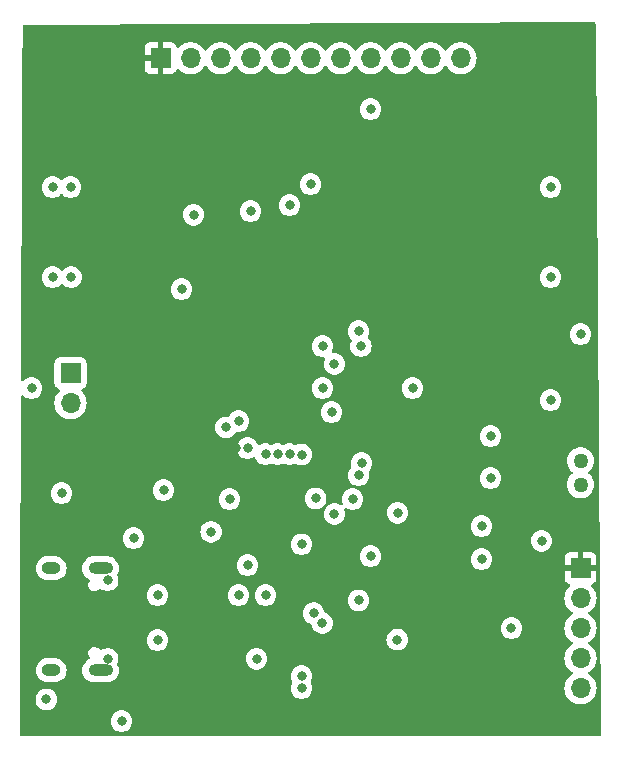
<source format=gbr>
%TF.GenerationSoftware,KiCad,Pcbnew,7.0.7*%
%TF.CreationDate,2023-12-26T11:08:44+08:00*%
%TF.ProjectId,Dice_Roller_SAMD,44696365-5f52-46f6-9c6c-65725f53414d,rev?*%
%TF.SameCoordinates,Original*%
%TF.FileFunction,Copper,L3,Inr*%
%TF.FilePolarity,Positive*%
%FSLAX46Y46*%
G04 Gerber Fmt 4.6, Leading zero omitted, Abs format (unit mm)*
G04 Created by KiCad (PCBNEW 7.0.7) date 2023-12-26 11:08:44*
%MOMM*%
%LPD*%
G01*
G04 APERTURE LIST*
%TA.AperFunction,ComponentPad*%
%ADD10R,1.700000X1.700000*%
%TD*%
%TA.AperFunction,ComponentPad*%
%ADD11O,1.700000X1.700000*%
%TD*%
%TA.AperFunction,ComponentPad*%
%ADD12C,1.270000*%
%TD*%
%TA.AperFunction,ComponentPad*%
%ADD13O,2.100000X1.000000*%
%TD*%
%TA.AperFunction,ComponentPad*%
%ADD14O,1.600000X1.000000*%
%TD*%
%TA.AperFunction,ViaPad*%
%ADD15C,0.800000*%
%TD*%
G04 APERTURE END LIST*
D10*
%TO.N,/Module/Vib*%
%TO.C,M1*%
X157480000Y-135885000D03*
D11*
%TO.N,GND*%
X157480000Y-138425000D03*
%TD*%
D10*
%TO.N,+3V3*%
%TO.C,J2*%
X165100000Y-109220000D03*
D11*
%TO.N,unconnected-(J2-Pin_2-Pad2)*%
X167640000Y-109220000D03*
%TO.N,GND*%
X170180000Y-109220000D03*
%TO.N,/Module/SCK*%
X172720000Y-109220000D03*
%TO.N,/Module/MISO*%
X175260000Y-109220000D03*
%TO.N,/Module/MOSI*%
X177800000Y-109220000D03*
%TO.N,/Module/TCS*%
X180340000Y-109220000D03*
%TO.N,/Module/RST*%
X182880000Y-109220000D03*
%TO.N,/Module/DC*%
X185420000Y-109220000D03*
%TO.N,unconnected-(J2-Pin_10-Pad10)*%
X187960000Y-109220000D03*
%TO.N,unconnected-(J2-Pin_11-Pad11)*%
X190500000Y-109220000D03*
%TD*%
D12*
%TO.N,GND*%
%TO.C,X1*%
X200660000Y-145320000D03*
%TO.N,VBAT*%
X200660000Y-143319998D03*
%TD*%
D10*
%TO.N,+3V3*%
%TO.C,J3*%
X200660000Y-152400000D03*
D11*
%TO.N,GND*%
X200660000Y-154940000D03*
%TO.N,/SAMD_51/SWDIO*%
X200660000Y-157480000D03*
%TO.N,/SAMD_51/SWCLK*%
X200660000Y-160020000D03*
%TO.N,/SAMD_51/~{RESET}*%
X200660000Y-162560000D03*
%TD*%
D13*
%TO.N,GND*%
%TO.C,J1*%
X160020000Y-152400000D03*
D14*
X155840000Y-152400000D03*
D13*
X160020000Y-161040000D03*
D14*
X155840000Y-161040000D03*
%TD*%
D15*
%TO.N,GND*%
X155430000Y-163500000D03*
X161798000Y-165354000D03*
X178816000Y-133604000D03*
X192278000Y-151638000D03*
X198120000Y-127762000D03*
X172720000Y-122174000D03*
X172466000Y-142240000D03*
X192278000Y-148844000D03*
X154178000Y-137160000D03*
X193040000Y-141224000D03*
X156718000Y-146050000D03*
X181864000Y-155117800D03*
X177042299Y-150372299D03*
X160625000Y-153420498D03*
X198120000Y-120142000D03*
X185166000Y-147714000D03*
X164846000Y-158496000D03*
X166878000Y-128778000D03*
X155956000Y-120142000D03*
X160625000Y-160070000D03*
X162814000Y-149860000D03*
X165354000Y-145796000D03*
X164846000Y-154686000D03*
X155956000Y-127762000D03*
X198120000Y-138176000D03*
X173228000Y-160071000D03*
X186436000Y-137160000D03*
X179578000Y-139192000D03*
X194816000Y-157480000D03*
X193040000Y-144780000D03*
X172466000Y-152146000D03*
X167894000Y-122478200D03*
X200660000Y-132588000D03*
%TO.N,+3V3*%
X168402000Y-153162000D03*
X178816000Y-151063000D03*
X164338000Y-135636000D03*
X185166000Y-165354000D03*
X195834000Y-140462000D03*
X167894000Y-162052000D03*
X162814000Y-146812000D03*
X196070000Y-123660000D03*
X178816000Y-126492000D03*
X159530000Y-123660000D03*
X185928000Y-146557500D03*
X165862000Y-124028200D03*
X159530000Y-116040000D03*
X165608000Y-142240000D03*
X191516000Y-162306000D03*
X169916000Y-124028200D03*
X183642000Y-129540000D03*
X171450000Y-142240000D03*
X180848000Y-142494000D03*
X157988000Y-142240000D03*
X166878000Y-132080000D03*
X196070000Y-116040000D03*
%TO.N,VBUS*%
X169383482Y-149317482D03*
X197358000Y-150088500D03*
%TO.N,/Module/LED1*%
X179827701Y-147823701D03*
X171704000Y-154686000D03*
%TO.N,/Module/LED2*%
X181356000Y-146558000D03*
X173990000Y-154686000D03*
%TO.N,/Module/Pht*%
X185147000Y-158459000D03*
X182880000Y-151384000D03*
%TO.N,/Module/SCK*%
X170640500Y-140468473D03*
%TO.N,/Module/MISO*%
X176022000Y-142748000D03*
X176022000Y-121666000D03*
%TO.N,/Module/MOSI*%
X177800000Y-119888000D03*
X177038000Y-142783500D03*
%TO.N,/Module/TCS*%
X171704000Y-139954000D03*
%TO.N,/Module/RST*%
X182880000Y-113538000D03*
X175006000Y-142748000D03*
%TO.N,/Module/DC*%
X173990000Y-142748000D03*
%TO.N,/SAMD_51/SWDIO*%
X178789000Y-157046921D03*
X177038000Y-162560000D03*
%TO.N,/SAMD_51/SWCLK*%
X177038000Y-161544000D03*
X178064500Y-156210000D03*
%TO.N,/Module/S1*%
X182118000Y-143510000D03*
X157480000Y-120142000D03*
%TO.N,/Module/S2*%
X181864000Y-144526000D03*
X157543000Y-127762000D03*
%TO.N,/SAMD_51/V_DIV*%
X170942000Y-146558000D03*
X178236674Y-146486674D03*
%TO.N,/SAMD_51/FLASH_D3*%
X181864000Y-132334000D03*
X179827701Y-135123701D03*
%TO.N,/SAMD_51/FLASH_SCK*%
X178816000Y-137160000D03*
X182067500Y-133604000D03*
%TD*%
%TA.AperFunction,Conductor*%
%TO.N,+3V3*%
G36*
X201873534Y-106191980D02*
G01*
X201919565Y-106244544D01*
X201931038Y-106295603D01*
X202436949Y-166498958D01*
X202417828Y-166566161D01*
X202365410Y-166612358D01*
X202312953Y-166624000D01*
X153286524Y-166624000D01*
X153219485Y-166604315D01*
X153173730Y-166551511D01*
X153162525Y-166499477D01*
X153167358Y-165354000D01*
X160884496Y-165354000D01*
X160904458Y-165543928D01*
X160904459Y-165543931D01*
X160963470Y-165725549D01*
X160963473Y-165725556D01*
X161058960Y-165890944D01*
X161186747Y-166032866D01*
X161341248Y-166145118D01*
X161515712Y-166222794D01*
X161702513Y-166262500D01*
X161893487Y-166262500D01*
X162080288Y-166222794D01*
X162254752Y-166145118D01*
X162409253Y-166032866D01*
X162537040Y-165890944D01*
X162632527Y-165725556D01*
X162691542Y-165543928D01*
X162711504Y-165354000D01*
X162691542Y-165164072D01*
X162632527Y-164982444D01*
X162537040Y-164817056D01*
X162409253Y-164675134D01*
X162254752Y-164562882D01*
X162080288Y-164485206D01*
X162080286Y-164485205D01*
X161893487Y-164445500D01*
X161702513Y-164445500D01*
X161515714Y-164485205D01*
X161341246Y-164562883D01*
X161186745Y-164675135D01*
X161058959Y-164817057D01*
X160963473Y-164982443D01*
X160963470Y-164982450D01*
X160925276Y-165100000D01*
X160904458Y-165164072D01*
X160884496Y-165354000D01*
X153167358Y-165354000D01*
X153175181Y-163500000D01*
X154516496Y-163500000D01*
X154536458Y-163689928D01*
X154536459Y-163689931D01*
X154595470Y-163871549D01*
X154595473Y-163871556D01*
X154690960Y-164036944D01*
X154818747Y-164178866D01*
X154973248Y-164291118D01*
X155147712Y-164368794D01*
X155334513Y-164408500D01*
X155525487Y-164408500D01*
X155712288Y-164368794D01*
X155886752Y-164291118D01*
X156041253Y-164178866D01*
X156169040Y-164036944D01*
X156264527Y-163871556D01*
X156323542Y-163689928D01*
X156343504Y-163500000D01*
X156323542Y-163310072D01*
X156264527Y-163128444D01*
X156169040Y-162963056D01*
X156041253Y-162821134D01*
X155886752Y-162708882D01*
X155712288Y-162631206D01*
X155712286Y-162631205D01*
X155525487Y-162591500D01*
X155334513Y-162591500D01*
X155147714Y-162631205D01*
X154973246Y-162708883D01*
X154818745Y-162821135D01*
X154690959Y-162963057D01*
X154595473Y-163128443D01*
X154595470Y-163128450D01*
X154559594Y-163238866D01*
X154536458Y-163310072D01*
X154516496Y-163500000D01*
X153175181Y-163500000D01*
X153179147Y-162560000D01*
X176124496Y-162560000D01*
X176144458Y-162749928D01*
X176144459Y-162749931D01*
X176203470Y-162931549D01*
X176203473Y-162931556D01*
X176298960Y-163096944D01*
X176426747Y-163238866D01*
X176581248Y-163351118D01*
X176755712Y-163428794D01*
X176942513Y-163468500D01*
X177133487Y-163468500D01*
X177320288Y-163428794D01*
X177494752Y-163351118D01*
X177649253Y-163238866D01*
X177777040Y-163096944D01*
X177872527Y-162931556D01*
X177931542Y-162749928D01*
X177951503Y-162560005D01*
X199296844Y-162560005D01*
X199315434Y-162784359D01*
X199315436Y-162784371D01*
X199370703Y-163002614D01*
X199461140Y-163208792D01*
X199584276Y-163397265D01*
X199584284Y-163397276D01*
X199678849Y-163499999D01*
X199736760Y-163562906D01*
X199914424Y-163701189D01*
X199914425Y-163701189D01*
X199914427Y-163701191D01*
X200041135Y-163769761D01*
X200112426Y-163808342D01*
X200325365Y-163881444D01*
X200547431Y-163918500D01*
X200772569Y-163918500D01*
X200994635Y-163881444D01*
X201207574Y-163808342D01*
X201405576Y-163701189D01*
X201583240Y-163562906D01*
X201735722Y-163397268D01*
X201858860Y-163208791D01*
X201949296Y-163002616D01*
X202004564Y-162784368D01*
X202023156Y-162560000D01*
X202004564Y-162335632D01*
X201949296Y-162117384D01*
X201858860Y-161911209D01*
X201735722Y-161722732D01*
X201735719Y-161722729D01*
X201735715Y-161722723D01*
X201583243Y-161557097D01*
X201583238Y-161557092D01*
X201405577Y-161418812D01*
X201405578Y-161418812D01*
X201405576Y-161418811D01*
X201369070Y-161399055D01*
X201319479Y-161349836D01*
X201304371Y-161281619D01*
X201328541Y-161216064D01*
X201369070Y-161180945D01*
X201384767Y-161172450D01*
X201405576Y-161161189D01*
X201583240Y-161022906D01*
X201728481Y-160865134D01*
X201735715Y-160857276D01*
X201735716Y-160857274D01*
X201735722Y-160857268D01*
X201858860Y-160668791D01*
X201949296Y-160462616D01*
X202004564Y-160244368D01*
X202015729Y-160109631D01*
X202023156Y-160020005D01*
X202023156Y-160019994D01*
X202004565Y-159795640D01*
X202004563Y-159795628D01*
X201980206Y-159699444D01*
X201949296Y-159577384D01*
X201858860Y-159371209D01*
X201854460Y-159364475D01*
X201748444Y-159202205D01*
X201735722Y-159182732D01*
X201735719Y-159182729D01*
X201735715Y-159182723D01*
X201583243Y-159017097D01*
X201583238Y-159017092D01*
X201405577Y-158878812D01*
X201405578Y-158878812D01*
X201405576Y-158878811D01*
X201369070Y-158859055D01*
X201319479Y-158809836D01*
X201304371Y-158741619D01*
X201328541Y-158676064D01*
X201369070Y-158640945D01*
X201369084Y-158640936D01*
X201405576Y-158621189D01*
X201583240Y-158482906D01*
X201735722Y-158317268D01*
X201858860Y-158128791D01*
X201949296Y-157922616D01*
X202004564Y-157704368D01*
X202007418Y-157669928D01*
X202023156Y-157480005D01*
X202023156Y-157479994D01*
X202004565Y-157255640D01*
X202004563Y-157255628D01*
X201967291Y-157108444D01*
X201949296Y-157037384D01*
X201858860Y-156831209D01*
X201735722Y-156642732D01*
X201735719Y-156642729D01*
X201735715Y-156642723D01*
X201583243Y-156477097D01*
X201583238Y-156477092D01*
X201464797Y-156384905D01*
X201405576Y-156338811D01*
X201369070Y-156319055D01*
X201319479Y-156269836D01*
X201304371Y-156201619D01*
X201328541Y-156136064D01*
X201369070Y-156100945D01*
X201369084Y-156100936D01*
X201405576Y-156081189D01*
X201583240Y-155942906D01*
X201735722Y-155777268D01*
X201858860Y-155588791D01*
X201949296Y-155382616D01*
X202004564Y-155164368D01*
X202013415Y-155057556D01*
X202023156Y-154940005D01*
X202023156Y-154939994D01*
X202004565Y-154715640D01*
X202004563Y-154715628D01*
X201949296Y-154497385D01*
X201948720Y-154496072D01*
X201858860Y-154291209D01*
X201831287Y-154249006D01*
X201770268Y-154155609D01*
X201735722Y-154102732D01*
X201584291Y-153938236D01*
X201553370Y-153875584D01*
X201561230Y-153806158D01*
X201605376Y-153752002D01*
X201632189Y-153738073D01*
X201752086Y-153693354D01*
X201752093Y-153693350D01*
X201867187Y-153607190D01*
X201867190Y-153607187D01*
X201953350Y-153492093D01*
X201953354Y-153492086D01*
X202003596Y-153357379D01*
X202003598Y-153357372D01*
X202009999Y-153297844D01*
X202010000Y-153297827D01*
X202010000Y-152650000D01*
X201273347Y-152650000D01*
X201206308Y-152630315D01*
X201160553Y-152577511D01*
X201150609Y-152508353D01*
X201154369Y-152491067D01*
X201160000Y-152471888D01*
X201160000Y-152328111D01*
X201154369Y-152308933D01*
X201154370Y-152239064D01*
X201192145Y-152180286D01*
X201255701Y-152151262D01*
X201273347Y-152150000D01*
X202010000Y-152150000D01*
X202010000Y-151502172D01*
X202009999Y-151502155D01*
X202003598Y-151442627D01*
X202003596Y-151442620D01*
X201953354Y-151307913D01*
X201953350Y-151307906D01*
X201867190Y-151192812D01*
X201867187Y-151192809D01*
X201752093Y-151106649D01*
X201752086Y-151106645D01*
X201617379Y-151056403D01*
X201617372Y-151056401D01*
X201557844Y-151050000D01*
X200910000Y-151050000D01*
X200910000Y-151787698D01*
X200890315Y-151854737D01*
X200837511Y-151900492D01*
X200768355Y-151910436D01*
X200695766Y-151900000D01*
X200695763Y-151900000D01*
X200624237Y-151900000D01*
X200624233Y-151900000D01*
X200551645Y-151910436D01*
X200482487Y-151900492D01*
X200429684Y-151854736D01*
X200410000Y-151787698D01*
X200410000Y-151050000D01*
X199762155Y-151050000D01*
X199702627Y-151056401D01*
X199702620Y-151056403D01*
X199567913Y-151106645D01*
X199567906Y-151106649D01*
X199452812Y-151192809D01*
X199452809Y-151192812D01*
X199366649Y-151307906D01*
X199366645Y-151307913D01*
X199316403Y-151442620D01*
X199316401Y-151442627D01*
X199310000Y-151502155D01*
X199310000Y-152150000D01*
X200046653Y-152150000D01*
X200113692Y-152169685D01*
X200159447Y-152222489D01*
X200169391Y-152291647D01*
X200165631Y-152308933D01*
X200160000Y-152328111D01*
X200160000Y-152471888D01*
X200165631Y-152491067D01*
X200165630Y-152560936D01*
X200127855Y-152619714D01*
X200064299Y-152648738D01*
X200046653Y-152650000D01*
X199310000Y-152650000D01*
X199310000Y-153297844D01*
X199316401Y-153357372D01*
X199316403Y-153357379D01*
X199366645Y-153492086D01*
X199366649Y-153492093D01*
X199452809Y-153607187D01*
X199452812Y-153607190D01*
X199567906Y-153693350D01*
X199567913Y-153693354D01*
X199687810Y-153738073D01*
X199743744Y-153779944D01*
X199768161Y-153845409D01*
X199753309Y-153913682D01*
X199735706Y-153938238D01*
X199584284Y-154102723D01*
X199584276Y-154102734D01*
X199461140Y-154291207D01*
X199370703Y-154497385D01*
X199315436Y-154715628D01*
X199315434Y-154715640D01*
X199296844Y-154939994D01*
X199296844Y-154940005D01*
X199315434Y-155164359D01*
X199315436Y-155164371D01*
X199370703Y-155382614D01*
X199461140Y-155588792D01*
X199584276Y-155777265D01*
X199584284Y-155777276D01*
X199736756Y-155942902D01*
X199736760Y-155942906D01*
X199914424Y-156081189D01*
X199914429Y-156081191D01*
X199914431Y-156081193D01*
X199950930Y-156100946D01*
X200000520Y-156150165D01*
X200015628Y-156218382D01*
X199991457Y-156283937D01*
X199950930Y-156319054D01*
X199914431Y-156338806D01*
X199914422Y-156338812D01*
X199736761Y-156477092D01*
X199736756Y-156477097D01*
X199584284Y-156642723D01*
X199584276Y-156642734D01*
X199461140Y-156831207D01*
X199370703Y-157037385D01*
X199315436Y-157255628D01*
X199315434Y-157255640D01*
X199296844Y-157479994D01*
X199296844Y-157480005D01*
X199315434Y-157704359D01*
X199315436Y-157704371D01*
X199370703Y-157922614D01*
X199461140Y-158128792D01*
X199584276Y-158317265D01*
X199584284Y-158317276D01*
X199736756Y-158482902D01*
X199736760Y-158482906D01*
X199914424Y-158621189D01*
X199914429Y-158621191D01*
X199914431Y-158621193D01*
X199950930Y-158640946D01*
X200000520Y-158690165D01*
X200015628Y-158758382D01*
X199991457Y-158823937D01*
X199950930Y-158859054D01*
X199914431Y-158878806D01*
X199914422Y-158878812D01*
X199736761Y-159017092D01*
X199736756Y-159017097D01*
X199584284Y-159182723D01*
X199584276Y-159182734D01*
X199461140Y-159371207D01*
X199370703Y-159577385D01*
X199315436Y-159795628D01*
X199315434Y-159795640D01*
X199296844Y-160019994D01*
X199296844Y-160020005D01*
X199315434Y-160244359D01*
X199315436Y-160244371D01*
X199370703Y-160462614D01*
X199461140Y-160668792D01*
X199584276Y-160857265D01*
X199584284Y-160857276D01*
X199736756Y-161022902D01*
X199736760Y-161022906D01*
X199914424Y-161161189D01*
X199914429Y-161161191D01*
X199914431Y-161161193D01*
X199950930Y-161180946D01*
X200000520Y-161230165D01*
X200015628Y-161298382D01*
X199991457Y-161363937D01*
X199950930Y-161399054D01*
X199914431Y-161418806D01*
X199914422Y-161418812D01*
X199736761Y-161557092D01*
X199736756Y-161557097D01*
X199584284Y-161722723D01*
X199584276Y-161722734D01*
X199461140Y-161911207D01*
X199370703Y-162117385D01*
X199315436Y-162335628D01*
X199315434Y-162335640D01*
X199296844Y-162559994D01*
X199296844Y-162560005D01*
X177951503Y-162560005D01*
X177951504Y-162560000D01*
X177931542Y-162370072D01*
X177872527Y-162188444D01*
X177829546Y-162113999D01*
X177813073Y-162046099D01*
X177829546Y-161990000D01*
X177872527Y-161915556D01*
X177931542Y-161733928D01*
X177951504Y-161544000D01*
X177931542Y-161354072D01*
X177876495Y-161184658D01*
X177872529Y-161172450D01*
X177872528Y-161172449D01*
X177872527Y-161172444D01*
X177777040Y-161007056D01*
X177649253Y-160865134D01*
X177494752Y-160752882D01*
X177320288Y-160675206D01*
X177320286Y-160675205D01*
X177133487Y-160635500D01*
X176942513Y-160635500D01*
X176755714Y-160675205D01*
X176581246Y-160752883D01*
X176426745Y-160865135D01*
X176298959Y-161007057D01*
X176203473Y-161172443D01*
X176203470Y-161172450D01*
X176158239Y-161311658D01*
X176144458Y-161354072D01*
X176124496Y-161544000D01*
X176144458Y-161733928D01*
X176144459Y-161733931D01*
X176203470Y-161915549D01*
X176203475Y-161915561D01*
X176246453Y-161990001D01*
X176262926Y-162057901D01*
X176246453Y-162113999D01*
X176203475Y-162188438D01*
X176203470Y-162188450D01*
X176144459Y-162370068D01*
X176144458Y-162370072D01*
X176124496Y-162560000D01*
X153179147Y-162560000D01*
X153185561Y-161040000D01*
X154526620Y-161040000D01*
X154546091Y-161237699D01*
X154603760Y-161427808D01*
X154697401Y-161602998D01*
X154697405Y-161603005D01*
X154823431Y-161756568D01*
X154976994Y-161882594D01*
X154977001Y-161882598D01*
X155152191Y-161976239D01*
X155152193Y-161976239D01*
X155152196Y-161976241D01*
X155342299Y-162033908D01*
X155342298Y-162033908D01*
X155379337Y-162037556D01*
X155490453Y-162048500D01*
X155490456Y-162048500D01*
X156189544Y-162048500D01*
X156189547Y-162048500D01*
X156337701Y-162033908D01*
X156527804Y-161976241D01*
X156703004Y-161882595D01*
X156856568Y-161756568D01*
X156982595Y-161603004D01*
X157076241Y-161427804D01*
X157133908Y-161237701D01*
X157153380Y-161040000D01*
X158456620Y-161040000D01*
X158476091Y-161237699D01*
X158533760Y-161427808D01*
X158627401Y-161602998D01*
X158627405Y-161603005D01*
X158753431Y-161756568D01*
X158906994Y-161882594D01*
X158907001Y-161882598D01*
X159082191Y-161976239D01*
X159082193Y-161976239D01*
X159082196Y-161976241D01*
X159272299Y-162033908D01*
X159272298Y-162033908D01*
X159309337Y-162037556D01*
X159420453Y-162048500D01*
X159420456Y-162048500D01*
X160619544Y-162048500D01*
X160619547Y-162048500D01*
X160767701Y-162033908D01*
X160957804Y-161976241D01*
X161133004Y-161882595D01*
X161286568Y-161756568D01*
X161412595Y-161603004D01*
X161506241Y-161427804D01*
X161563908Y-161237701D01*
X161583380Y-161040000D01*
X161563908Y-160842299D01*
X161506241Y-160652196D01*
X161506239Y-160652193D01*
X161506239Y-160652191D01*
X161457805Y-160561578D01*
X161443563Y-160493176D01*
X161457683Y-160447846D01*
X161456885Y-160447491D01*
X161459526Y-160441558D01*
X161459527Y-160441556D01*
X161518542Y-160259928D01*
X161538399Y-160071000D01*
X172314496Y-160071000D01*
X172334458Y-160260928D01*
X172334459Y-160260931D01*
X172393470Y-160442549D01*
X172393473Y-160442556D01*
X172488960Y-160607944D01*
X172616747Y-160749866D01*
X172771248Y-160862118D01*
X172945712Y-160939794D01*
X173132513Y-160979500D01*
X173323487Y-160979500D01*
X173510288Y-160939794D01*
X173684752Y-160862118D01*
X173839253Y-160749866D01*
X173967040Y-160607944D01*
X174062527Y-160442556D01*
X174121542Y-160260928D01*
X174141504Y-160071000D01*
X174121542Y-159881072D01*
X174062527Y-159699444D01*
X173967040Y-159534056D01*
X173839253Y-159392134D01*
X173684752Y-159279882D01*
X173510288Y-159202206D01*
X173510286Y-159202205D01*
X173323487Y-159162500D01*
X173132513Y-159162500D01*
X172945714Y-159202205D01*
X172771246Y-159279883D01*
X172616745Y-159392135D01*
X172488959Y-159534057D01*
X172393473Y-159699443D01*
X172393470Y-159699450D01*
X172334784Y-159880068D01*
X172334458Y-159881072D01*
X172314496Y-160071000D01*
X161538399Y-160071000D01*
X161538504Y-160070000D01*
X161518542Y-159880072D01*
X161459527Y-159698444D01*
X161364040Y-159533056D01*
X161236253Y-159391134D01*
X161081752Y-159278882D01*
X160907288Y-159201206D01*
X160907286Y-159201205D01*
X160720487Y-159161500D01*
X160529513Y-159161500D01*
X160342714Y-159201205D01*
X160168246Y-159278883D01*
X160117484Y-159315764D01*
X160051677Y-159339243D01*
X159983623Y-159323417D01*
X159953977Y-159300084D01*
X159856793Y-159196025D01*
X159732615Y-159120511D01*
X159592668Y-159081300D01*
X159483833Y-159081300D01*
X159483832Y-159081300D01*
X159376019Y-159096118D01*
X159376016Y-159096119D01*
X159242713Y-159154020D01*
X159129974Y-159245740D01*
X159129968Y-159245747D01*
X159046161Y-159364474D01*
X159046161Y-159364475D01*
X158997491Y-159501416D01*
X158997491Y-159501419D01*
X158987573Y-159646416D01*
X158987573Y-159646419D01*
X159017141Y-159788710D01*
X159017142Y-159788713D01*
X159017143Y-159788716D01*
X159020725Y-159795628D01*
X159084007Y-159917758D01*
X159089134Y-159923248D01*
X159120507Y-159985678D01*
X159113147Y-160055159D01*
X159069391Y-160109631D01*
X159056965Y-160117244D01*
X158907001Y-160197401D01*
X158906994Y-160197405D01*
X158753431Y-160323431D01*
X158627405Y-160476994D01*
X158627401Y-160477001D01*
X158533760Y-160652191D01*
X158476091Y-160842300D01*
X158456620Y-161040000D01*
X157153380Y-161040000D01*
X157133908Y-160842299D01*
X157076241Y-160652196D01*
X157076239Y-160652193D01*
X157076239Y-160652191D01*
X156982598Y-160477001D01*
X156982594Y-160476994D01*
X156856568Y-160323431D01*
X156703005Y-160197405D01*
X156702998Y-160197401D01*
X156527808Y-160103760D01*
X156372875Y-160056762D01*
X156337701Y-160046092D01*
X156337699Y-160046091D01*
X156337701Y-160046091D01*
X156223336Y-160034827D01*
X156189547Y-160031500D01*
X155490453Y-160031500D01*
X155453883Y-160035101D01*
X155342300Y-160046091D01*
X155152191Y-160103760D01*
X154977001Y-160197401D01*
X154976994Y-160197405D01*
X154823431Y-160323431D01*
X154697405Y-160476994D01*
X154697401Y-160477001D01*
X154603760Y-160652191D01*
X154546091Y-160842300D01*
X154526620Y-161040000D01*
X153185561Y-161040000D01*
X153196295Y-158496000D01*
X163932496Y-158496000D01*
X163952458Y-158685928D01*
X163952459Y-158685931D01*
X164011470Y-158867549D01*
X164011473Y-158867556D01*
X164106960Y-159032944D01*
X164234747Y-159174866D01*
X164389248Y-159287118D01*
X164563712Y-159364794D01*
X164750513Y-159404500D01*
X164941487Y-159404500D01*
X165128288Y-159364794D01*
X165302752Y-159287118D01*
X165457253Y-159174866D01*
X165585040Y-159032944D01*
X165680527Y-158867556D01*
X165739542Y-158685928D01*
X165759504Y-158496000D01*
X165755615Y-158459000D01*
X184233496Y-158459000D01*
X184253458Y-158648928D01*
X184253459Y-158648931D01*
X184312470Y-158830549D01*
X184312473Y-158830556D01*
X184407960Y-158995944D01*
X184441275Y-159032944D01*
X184520120Y-159120511D01*
X184535747Y-159137866D01*
X184690248Y-159250118D01*
X184864712Y-159327794D01*
X185051513Y-159367500D01*
X185242487Y-159367500D01*
X185429288Y-159327794D01*
X185603752Y-159250118D01*
X185758253Y-159137866D01*
X185886040Y-158995944D01*
X185981527Y-158830556D01*
X186040542Y-158648928D01*
X186060504Y-158459000D01*
X186040542Y-158269072D01*
X185981527Y-158087444D01*
X185886040Y-157922056D01*
X185758253Y-157780134D01*
X185603752Y-157667882D01*
X185429288Y-157590206D01*
X185429286Y-157590205D01*
X185242487Y-157550500D01*
X185051513Y-157550500D01*
X184864714Y-157590205D01*
X184690246Y-157667883D01*
X184535745Y-157780135D01*
X184407959Y-157922057D01*
X184312473Y-158087443D01*
X184312470Y-158087450D01*
X184289266Y-158158866D01*
X184253458Y-158269072D01*
X184233496Y-158459000D01*
X165755615Y-158459000D01*
X165739542Y-158306072D01*
X165680527Y-158124444D01*
X165585040Y-157959056D01*
X165457253Y-157817134D01*
X165302752Y-157704882D01*
X165128288Y-157627206D01*
X165128286Y-157627205D01*
X164941487Y-157587500D01*
X164750513Y-157587500D01*
X164563714Y-157627205D01*
X164563711Y-157627206D01*
X164563712Y-157627206D01*
X164390403Y-157704368D01*
X164389246Y-157704883D01*
X164234745Y-157817135D01*
X164106959Y-157959057D01*
X164011473Y-158124443D01*
X164011470Y-158124450D01*
X163964481Y-158269068D01*
X163952458Y-158306072D01*
X163932496Y-158496000D01*
X153196295Y-158496000D01*
X153205941Y-156210000D01*
X177150996Y-156210000D01*
X177170958Y-156399928D01*
X177170959Y-156399931D01*
X177229970Y-156581549D01*
X177229973Y-156581556D01*
X177325460Y-156746944D01*
X177453247Y-156888866D01*
X177607748Y-157001118D01*
X177782212Y-157078794D01*
X177792930Y-157081072D01*
X177854411Y-157114262D01*
X177888189Y-157175425D01*
X177890470Y-157189396D01*
X177895458Y-157236849D01*
X177895459Y-157236852D01*
X177954470Y-157418470D01*
X177954473Y-157418477D01*
X178049960Y-157583865D01*
X178177747Y-157725787D01*
X178332248Y-157838039D01*
X178506712Y-157915715D01*
X178693513Y-157955421D01*
X178884487Y-157955421D01*
X179071288Y-157915715D01*
X179245752Y-157838039D01*
X179400253Y-157725787D01*
X179528040Y-157583865D01*
X179588007Y-157480000D01*
X193902496Y-157480000D01*
X193922458Y-157669928D01*
X193922459Y-157669931D01*
X193981470Y-157851549D01*
X193981473Y-157851556D01*
X194076960Y-158016944D01*
X194204747Y-158158866D01*
X194359248Y-158271118D01*
X194533712Y-158348794D01*
X194720513Y-158388500D01*
X194911487Y-158388500D01*
X195098288Y-158348794D01*
X195272752Y-158271118D01*
X195427253Y-158158866D01*
X195555040Y-158016944D01*
X195650527Y-157851556D01*
X195709542Y-157669928D01*
X195729504Y-157480000D01*
X195709542Y-157290072D01*
X195650527Y-157108444D01*
X195555040Y-156943056D01*
X195427253Y-156801134D01*
X195272752Y-156688882D01*
X195098288Y-156611206D01*
X195098286Y-156611205D01*
X194911487Y-156571500D01*
X194720513Y-156571500D01*
X194533714Y-156611205D01*
X194533711Y-156611206D01*
X194533712Y-156611206D01*
X194389595Y-156675371D01*
X194359246Y-156688883D01*
X194204745Y-156801135D01*
X194076959Y-156943057D01*
X193981473Y-157108443D01*
X193981470Y-157108450D01*
X193922459Y-157290068D01*
X193922458Y-157290072D01*
X193902496Y-157480000D01*
X179588007Y-157480000D01*
X179623527Y-157418477D01*
X179682542Y-157236849D01*
X179702504Y-157046921D01*
X179682542Y-156856993D01*
X179623527Y-156675365D01*
X179528040Y-156509977D01*
X179400253Y-156368055D01*
X179245752Y-156255803D01*
X179071288Y-156178127D01*
X179071286Y-156178126D01*
X179060567Y-156175848D01*
X178999085Y-156142655D01*
X178965309Y-156081491D01*
X178963028Y-156067517D01*
X178958696Y-156026300D01*
X178958042Y-156020072D01*
X178899027Y-155838444D01*
X178803540Y-155673056D01*
X178675753Y-155531134D01*
X178521252Y-155418882D01*
X178346788Y-155341206D01*
X178346786Y-155341205D01*
X178159987Y-155301500D01*
X177969013Y-155301500D01*
X177782214Y-155341205D01*
X177607746Y-155418883D01*
X177453245Y-155531135D01*
X177325459Y-155673057D01*
X177229973Y-155838443D01*
X177229970Y-155838450D01*
X177170959Y-156020068D01*
X177170958Y-156020072D01*
X177150996Y-156210000D01*
X153205941Y-156210000D01*
X153212371Y-154686000D01*
X163932496Y-154686000D01*
X163952458Y-154875928D01*
X163952459Y-154875931D01*
X164011470Y-155057549D01*
X164011473Y-155057556D01*
X164106960Y-155222944D01*
X164234747Y-155364866D01*
X164389248Y-155477118D01*
X164563712Y-155554794D01*
X164750513Y-155594500D01*
X164941487Y-155594500D01*
X165128288Y-155554794D01*
X165302752Y-155477118D01*
X165457253Y-155364866D01*
X165585040Y-155222944D01*
X165680527Y-155057556D01*
X165739542Y-154875928D01*
X165759504Y-154686000D01*
X170790496Y-154686000D01*
X170810458Y-154875928D01*
X170810459Y-154875931D01*
X170869470Y-155057549D01*
X170869473Y-155057556D01*
X170964960Y-155222944D01*
X171092747Y-155364866D01*
X171247248Y-155477118D01*
X171421712Y-155554794D01*
X171608513Y-155594500D01*
X171799487Y-155594500D01*
X171986288Y-155554794D01*
X172160752Y-155477118D01*
X172315253Y-155364866D01*
X172443040Y-155222944D01*
X172538527Y-155057556D01*
X172597542Y-154875928D01*
X172617504Y-154686000D01*
X173076496Y-154686000D01*
X173096458Y-154875928D01*
X173096459Y-154875931D01*
X173155470Y-155057549D01*
X173155473Y-155057556D01*
X173250960Y-155222944D01*
X173378747Y-155364866D01*
X173533248Y-155477118D01*
X173707712Y-155554794D01*
X173894513Y-155594500D01*
X174085487Y-155594500D01*
X174272288Y-155554794D01*
X174446752Y-155477118D01*
X174601253Y-155364866D01*
X174729040Y-155222944D01*
X174789745Y-155117800D01*
X180950496Y-155117800D01*
X180970458Y-155307728D01*
X180970459Y-155307731D01*
X181029470Y-155489349D01*
X181029473Y-155489356D01*
X181124960Y-155654744D01*
X181252747Y-155796666D01*
X181407248Y-155908918D01*
X181581712Y-155986594D01*
X181768513Y-156026300D01*
X181959487Y-156026300D01*
X182146288Y-155986594D01*
X182320752Y-155908918D01*
X182475253Y-155796666D01*
X182603040Y-155654744D01*
X182698527Y-155489356D01*
X182757542Y-155307728D01*
X182777504Y-155117800D01*
X182757542Y-154927872D01*
X182698527Y-154746244D01*
X182603040Y-154580856D01*
X182475253Y-154438934D01*
X182320752Y-154326682D01*
X182146288Y-154249006D01*
X182146286Y-154249005D01*
X181959487Y-154209300D01*
X181768513Y-154209300D01*
X181581714Y-154249005D01*
X181581711Y-154249006D01*
X181581712Y-154249006D01*
X181423409Y-154319487D01*
X181407246Y-154326683D01*
X181252745Y-154438935D01*
X181124959Y-154580857D01*
X181029473Y-154746243D01*
X181029470Y-154746250D01*
X180970459Y-154927868D01*
X180970458Y-154927872D01*
X180950496Y-155117800D01*
X174789745Y-155117800D01*
X174824527Y-155057556D01*
X174883542Y-154875928D01*
X174903504Y-154686000D01*
X174883542Y-154496072D01*
X174824527Y-154314444D01*
X174729040Y-154149056D01*
X174613981Y-154021269D01*
X174601254Y-154007135D01*
X174506428Y-153938239D01*
X174446752Y-153894882D01*
X174272288Y-153817206D01*
X174272286Y-153817205D01*
X174085487Y-153777500D01*
X173894513Y-153777500D01*
X173707714Y-153817205D01*
X173533246Y-153894883D01*
X173378745Y-154007135D01*
X173250959Y-154149057D01*
X173155473Y-154314443D01*
X173155470Y-154314450D01*
X173115023Y-154438934D01*
X173096458Y-154496072D01*
X173076496Y-154686000D01*
X172617504Y-154686000D01*
X172597542Y-154496072D01*
X172538527Y-154314444D01*
X172443040Y-154149056D01*
X172327981Y-154021270D01*
X172315254Y-154007135D01*
X172220428Y-153938239D01*
X172160752Y-153894882D01*
X171986288Y-153817206D01*
X171986286Y-153817205D01*
X171799487Y-153777500D01*
X171608513Y-153777500D01*
X171421714Y-153817205D01*
X171247246Y-153894883D01*
X171092745Y-154007135D01*
X170964959Y-154149057D01*
X170869473Y-154314443D01*
X170869470Y-154314450D01*
X170829023Y-154438934D01*
X170810458Y-154496072D01*
X170790496Y-154686000D01*
X165759504Y-154686000D01*
X165739542Y-154496072D01*
X165680527Y-154314444D01*
X165585040Y-154149056D01*
X165469981Y-154021270D01*
X165457254Y-154007135D01*
X165362428Y-153938239D01*
X165302752Y-153894882D01*
X165128288Y-153817206D01*
X165128286Y-153817205D01*
X164941487Y-153777500D01*
X164750513Y-153777500D01*
X164563714Y-153817205D01*
X164389246Y-153894883D01*
X164234745Y-154007135D01*
X164106959Y-154149057D01*
X164011473Y-154314443D01*
X164011470Y-154314450D01*
X163971023Y-154438934D01*
X163952458Y-154496072D01*
X163932496Y-154686000D01*
X153212371Y-154686000D01*
X153222017Y-152400000D01*
X154526620Y-152400000D01*
X154546091Y-152597699D01*
X154603760Y-152787808D01*
X154697401Y-152962998D01*
X154697405Y-152963005D01*
X154823431Y-153116568D01*
X154976994Y-153242594D01*
X154977001Y-153242598D01*
X155152191Y-153336239D01*
X155152193Y-153336239D01*
X155152196Y-153336241D01*
X155342299Y-153393908D01*
X155342298Y-153393908D01*
X155379337Y-153397556D01*
X155490453Y-153408500D01*
X155490456Y-153408500D01*
X156189544Y-153408500D01*
X156189547Y-153408500D01*
X156337701Y-153393908D01*
X156527804Y-153336241D01*
X156703004Y-153242595D01*
X156856568Y-153116568D01*
X156982595Y-152963004D01*
X157076241Y-152787804D01*
X157133908Y-152597701D01*
X157153380Y-152400000D01*
X158456620Y-152400000D01*
X158476091Y-152597699D01*
X158533760Y-152787808D01*
X158627401Y-152962998D01*
X158627405Y-152963005D01*
X158753431Y-153116568D01*
X158906994Y-153242594D01*
X158907001Y-153242598D01*
X159059446Y-153324082D01*
X159109290Y-153373044D01*
X159124751Y-153441182D01*
X159102298Y-153504948D01*
X159046160Y-153584477D01*
X158997491Y-153721416D01*
X158997491Y-153721419D01*
X158987573Y-153866416D01*
X158987573Y-153866419D01*
X159017141Y-154008710D01*
X159017142Y-154008713D01*
X159017143Y-154008716D01*
X159040522Y-154053836D01*
X159084005Y-154137756D01*
X159084007Y-154137758D01*
X159183207Y-154243975D01*
X159307385Y-154319489D01*
X159447332Y-154358700D01*
X159447334Y-154358700D01*
X159556168Y-154358700D01*
X159583120Y-154354995D01*
X159663983Y-154343881D01*
X159797287Y-154285979D01*
X159910026Y-154194259D01*
X159916970Y-154184420D01*
X159971711Y-154141002D01*
X160041236Y-154134071D01*
X160091160Y-154155608D01*
X160168248Y-154211616D01*
X160342712Y-154289292D01*
X160529513Y-154328998D01*
X160720487Y-154328998D01*
X160907288Y-154289292D01*
X161081752Y-154211616D01*
X161236253Y-154099364D01*
X161364040Y-153957442D01*
X161459527Y-153792054D01*
X161518542Y-153610426D01*
X161538504Y-153420498D01*
X161518542Y-153230570D01*
X161459527Y-153048942D01*
X161445759Y-153025095D01*
X161429286Y-152957199D01*
X161443786Y-152904648D01*
X161506241Y-152787804D01*
X161563908Y-152597701D01*
X161583380Y-152400000D01*
X161563908Y-152202299D01*
X161546830Y-152146000D01*
X171552496Y-152146000D01*
X171572458Y-152335928D01*
X171572459Y-152335931D01*
X171631470Y-152517549D01*
X171631473Y-152517556D01*
X171726960Y-152682944D01*
X171854747Y-152824866D01*
X172009248Y-152937118D01*
X172183712Y-153014794D01*
X172370513Y-153054500D01*
X172561487Y-153054500D01*
X172748288Y-153014794D01*
X172922752Y-152937118D01*
X173077253Y-152824866D01*
X173205040Y-152682944D01*
X173300527Y-152517556D01*
X173359542Y-152335928D01*
X173379504Y-152146000D01*
X173359542Y-151956072D01*
X173300527Y-151774444D01*
X173205040Y-151609056D01*
X173077253Y-151467134D01*
X172962829Y-151384000D01*
X181966496Y-151384000D01*
X181986458Y-151573928D01*
X181986459Y-151573931D01*
X182045470Y-151755549D01*
X182045473Y-151755556D01*
X182140960Y-151920944D01*
X182268747Y-152062866D01*
X182423248Y-152175118D01*
X182597712Y-152252794D01*
X182784513Y-152292500D01*
X182975487Y-152292500D01*
X183162288Y-152252794D01*
X183336752Y-152175118D01*
X183491253Y-152062866D01*
X183619040Y-151920944D01*
X183714527Y-151755556D01*
X183752724Y-151638000D01*
X191364496Y-151638000D01*
X191384458Y-151827928D01*
X191384459Y-151827931D01*
X191443470Y-152009549D01*
X191443473Y-152009556D01*
X191538960Y-152174944D01*
X191666747Y-152316866D01*
X191821248Y-152429118D01*
X191995712Y-152506794D01*
X192182513Y-152546500D01*
X192373487Y-152546500D01*
X192560288Y-152506794D01*
X192734752Y-152429118D01*
X192889253Y-152316866D01*
X193017040Y-152174944D01*
X193112527Y-152009556D01*
X193171542Y-151827928D01*
X193191504Y-151638000D01*
X193171542Y-151448072D01*
X193112527Y-151266444D01*
X193017040Y-151101056D01*
X192889253Y-150959134D01*
X192734752Y-150846882D01*
X192560288Y-150769206D01*
X192560286Y-150769205D01*
X192373487Y-150729500D01*
X192182513Y-150729500D01*
X191995714Y-150769205D01*
X191821246Y-150846883D01*
X191666745Y-150959135D01*
X191538959Y-151101057D01*
X191443473Y-151266443D01*
X191443470Y-151266450D01*
X191398098Y-151406092D01*
X191384458Y-151448072D01*
X191364496Y-151638000D01*
X183752724Y-151638000D01*
X183773542Y-151573928D01*
X183793504Y-151384000D01*
X183773542Y-151194072D01*
X183714527Y-151012444D01*
X183619040Y-150847056D01*
X183491253Y-150705134D01*
X183336752Y-150592882D01*
X183162288Y-150515206D01*
X183162286Y-150515205D01*
X182975487Y-150475500D01*
X182784513Y-150475500D01*
X182597714Y-150515205D01*
X182423246Y-150592883D01*
X182268745Y-150705135D01*
X182140959Y-150847057D01*
X182045473Y-151012443D01*
X182045470Y-151012450D01*
X181996419Y-151163415D01*
X181986458Y-151194072D01*
X181966496Y-151384000D01*
X172962829Y-151384000D01*
X172922752Y-151354882D01*
X172748288Y-151277206D01*
X172748286Y-151277205D01*
X172561487Y-151237500D01*
X172370513Y-151237500D01*
X172183714Y-151277205D01*
X172009246Y-151354883D01*
X171854745Y-151467135D01*
X171726959Y-151609057D01*
X171631473Y-151774443D01*
X171631470Y-151774450D01*
X171572459Y-151956068D01*
X171572458Y-151956072D01*
X171552496Y-152146000D01*
X161546830Y-152146000D01*
X161506241Y-152012196D01*
X161506239Y-152012193D01*
X161506239Y-152012191D01*
X161412598Y-151837001D01*
X161412594Y-151836994D01*
X161286568Y-151683431D01*
X161133005Y-151557405D01*
X161132998Y-151557401D01*
X160957808Y-151463760D01*
X160862752Y-151434925D01*
X160767701Y-151406092D01*
X160767699Y-151406091D01*
X160767701Y-151406091D01*
X160653336Y-151394827D01*
X160619547Y-151391500D01*
X159420453Y-151391500D01*
X159383883Y-151395101D01*
X159272300Y-151406091D01*
X159082191Y-151463760D01*
X158907001Y-151557401D01*
X158906994Y-151557405D01*
X158753431Y-151683431D01*
X158627405Y-151836994D01*
X158627401Y-151837001D01*
X158533760Y-152012191D01*
X158476091Y-152202300D01*
X158456620Y-152400000D01*
X157153380Y-152400000D01*
X157133908Y-152202299D01*
X157076241Y-152012196D01*
X157076239Y-152012193D01*
X157076239Y-152012191D01*
X156982598Y-151837001D01*
X156982594Y-151836994D01*
X156856568Y-151683431D01*
X156703005Y-151557405D01*
X156702998Y-151557401D01*
X156527808Y-151463760D01*
X156432752Y-151434925D01*
X156337701Y-151406092D01*
X156337699Y-151406091D01*
X156337701Y-151406091D01*
X156223336Y-151394827D01*
X156189547Y-151391500D01*
X155490453Y-151391500D01*
X155453883Y-151395101D01*
X155342300Y-151406091D01*
X155152191Y-151463760D01*
X154977001Y-151557401D01*
X154976994Y-151557405D01*
X154823431Y-151683431D01*
X154697405Y-151836994D01*
X154697401Y-151837001D01*
X154603760Y-152012191D01*
X154546091Y-152202300D01*
X154526620Y-152400000D01*
X153222017Y-152400000D01*
X153232734Y-149860000D01*
X161900496Y-149860000D01*
X161920458Y-150049928D01*
X161920459Y-150049931D01*
X161979470Y-150231549D01*
X161979473Y-150231556D01*
X162074960Y-150396944D01*
X162202747Y-150538866D01*
X162357248Y-150651118D01*
X162531712Y-150728794D01*
X162718513Y-150768500D01*
X162909487Y-150768500D01*
X163096288Y-150728794D01*
X163270752Y-150651118D01*
X163425253Y-150538866D01*
X163553040Y-150396944D01*
X163567269Y-150372299D01*
X176128795Y-150372299D01*
X176148757Y-150562227D01*
X176148758Y-150562230D01*
X176207769Y-150743848D01*
X176207772Y-150743855D01*
X176303259Y-150909243D01*
X176431046Y-151051165D01*
X176585547Y-151163417D01*
X176760011Y-151241093D01*
X176946812Y-151280799D01*
X177137786Y-151280799D01*
X177324587Y-151241093D01*
X177499051Y-151163417D01*
X177653552Y-151051165D01*
X177781339Y-150909243D01*
X177876826Y-150743855D01*
X177935841Y-150562227D01*
X177955803Y-150372299D01*
X177935841Y-150182371D01*
X177905340Y-150088500D01*
X196444496Y-150088500D01*
X196464458Y-150278428D01*
X196464459Y-150278431D01*
X196523470Y-150460049D01*
X196523473Y-150460056D01*
X196618960Y-150625444D01*
X196746747Y-150767366D01*
X196901248Y-150879618D01*
X197075712Y-150957294D01*
X197262513Y-150997000D01*
X197453487Y-150997000D01*
X197640288Y-150957294D01*
X197814752Y-150879618D01*
X197969253Y-150767366D01*
X198097040Y-150625444D01*
X198192527Y-150460056D01*
X198251542Y-150278428D01*
X198271504Y-150088500D01*
X198251542Y-149898572D01*
X198192527Y-149716944D01*
X198097040Y-149551556D01*
X197969253Y-149409634D01*
X197814752Y-149297382D01*
X197640288Y-149219706D01*
X197640286Y-149219705D01*
X197453487Y-149180000D01*
X197262513Y-149180000D01*
X197075714Y-149219705D01*
X196901246Y-149297383D01*
X196746745Y-149409635D01*
X196618959Y-149551557D01*
X196523473Y-149716943D01*
X196523470Y-149716950D01*
X196464459Y-149898568D01*
X196464458Y-149898572D01*
X196444496Y-150088500D01*
X177905340Y-150088500D01*
X177876826Y-150000743D01*
X177781339Y-149835355D01*
X177653552Y-149693433D01*
X177499051Y-149581181D01*
X177324587Y-149503505D01*
X177324585Y-149503504D01*
X177137786Y-149463799D01*
X176946812Y-149463799D01*
X176760013Y-149503504D01*
X176585545Y-149581182D01*
X176431044Y-149693434D01*
X176303258Y-149835356D01*
X176207772Y-150000742D01*
X176207769Y-150000749D01*
X176148758Y-150182367D01*
X176148757Y-150182371D01*
X176128795Y-150372299D01*
X163567269Y-150372299D01*
X163648527Y-150231556D01*
X163707542Y-150049928D01*
X163727504Y-149860000D01*
X163707542Y-149670072D01*
X163648527Y-149488444D01*
X163553040Y-149323056D01*
X163548021Y-149317482D01*
X168469978Y-149317482D01*
X168489940Y-149507410D01*
X168489941Y-149507413D01*
X168548952Y-149689031D01*
X168548955Y-149689038D01*
X168644442Y-149854426D01*
X168772229Y-149996348D01*
X168926730Y-150108600D01*
X169101194Y-150186276D01*
X169287995Y-150225982D01*
X169478969Y-150225982D01*
X169665770Y-150186276D01*
X169840234Y-150108600D01*
X169994735Y-149996348D01*
X170122522Y-149854426D01*
X170218009Y-149689038D01*
X170277024Y-149507410D01*
X170296986Y-149317482D01*
X170277024Y-149127554D01*
X170218009Y-148945926D01*
X170159162Y-148844000D01*
X191364496Y-148844000D01*
X191384458Y-149033928D01*
X191384459Y-149033931D01*
X191443470Y-149215549D01*
X191443473Y-149215556D01*
X191538960Y-149380944D01*
X191666747Y-149522866D01*
X191821248Y-149635118D01*
X191995712Y-149712794D01*
X192182513Y-149752500D01*
X192373487Y-149752500D01*
X192560288Y-149712794D01*
X192734752Y-149635118D01*
X192889253Y-149522866D01*
X193017040Y-149380944D01*
X193112527Y-149215556D01*
X193171542Y-149033928D01*
X193191504Y-148844000D01*
X193171542Y-148654072D01*
X193112527Y-148472444D01*
X193017040Y-148307056D01*
X192889253Y-148165134D01*
X192734752Y-148052882D01*
X192560288Y-147975206D01*
X192560286Y-147975205D01*
X192373487Y-147935500D01*
X192182513Y-147935500D01*
X191995714Y-147975205D01*
X191821246Y-148052883D01*
X191666745Y-148165135D01*
X191538959Y-148307057D01*
X191443473Y-148472443D01*
X191443470Y-148472450D01*
X191384459Y-148654068D01*
X191384458Y-148654072D01*
X191364496Y-148844000D01*
X170159162Y-148844000D01*
X170122522Y-148780538D01*
X169994735Y-148638616D01*
X169840234Y-148526364D01*
X169665770Y-148448688D01*
X169665768Y-148448687D01*
X169478969Y-148408982D01*
X169287995Y-148408982D01*
X169101196Y-148448687D01*
X168926728Y-148526365D01*
X168772227Y-148638617D01*
X168644441Y-148780539D01*
X168548955Y-148945925D01*
X168548952Y-148945932D01*
X168489941Y-149127550D01*
X168489940Y-149127554D01*
X168469978Y-149317482D01*
X163548021Y-149317482D01*
X163425253Y-149181134D01*
X163270752Y-149068882D01*
X163096288Y-148991206D01*
X163096286Y-148991205D01*
X162909487Y-148951500D01*
X162718513Y-148951500D01*
X162531714Y-148991205D01*
X162357246Y-149068883D01*
X162202745Y-149181135D01*
X162074959Y-149323057D01*
X161979473Y-149488443D01*
X161979470Y-149488450D01*
X161949340Y-149581182D01*
X161920458Y-149670072D01*
X161900496Y-149860000D01*
X153232734Y-149860000D01*
X153241326Y-147823701D01*
X178914197Y-147823701D01*
X178934159Y-148013629D01*
X178934160Y-148013632D01*
X178993171Y-148195250D01*
X178993174Y-148195257D01*
X179088661Y-148360645D01*
X179216448Y-148502567D01*
X179370949Y-148614819D01*
X179545413Y-148692495D01*
X179732214Y-148732201D01*
X179923188Y-148732201D01*
X180109989Y-148692495D01*
X180284453Y-148614819D01*
X180438954Y-148502567D01*
X180566741Y-148360645D01*
X180662228Y-148195257D01*
X180721243Y-148013629D01*
X180741205Y-147823701D01*
X180729675Y-147714000D01*
X184252496Y-147714000D01*
X184272458Y-147903928D01*
X184272459Y-147903931D01*
X184331470Y-148085549D01*
X184331473Y-148085556D01*
X184426960Y-148250944D01*
X184554747Y-148392866D01*
X184709248Y-148505118D01*
X184883712Y-148582794D01*
X185070513Y-148622500D01*
X185261487Y-148622500D01*
X185448288Y-148582794D01*
X185622752Y-148505118D01*
X185777253Y-148392866D01*
X185905040Y-148250944D01*
X186000527Y-148085556D01*
X186059542Y-147903928D01*
X186079504Y-147714000D01*
X186059542Y-147524072D01*
X186000527Y-147342444D01*
X185905040Y-147177056D01*
X185777253Y-147035134D01*
X185622752Y-146922882D01*
X185448288Y-146845206D01*
X185448286Y-146845205D01*
X185261487Y-146805500D01*
X185070513Y-146805500D01*
X184883714Y-146845205D01*
X184709246Y-146922883D01*
X184554745Y-147035135D01*
X184426959Y-147177057D01*
X184331473Y-147342443D01*
X184331470Y-147342450D01*
X184294961Y-147454815D01*
X184272458Y-147524072D01*
X184252496Y-147714000D01*
X180729675Y-147714000D01*
X180721243Y-147633773D01*
X180685597Y-147524068D01*
X180663096Y-147454815D01*
X180661101Y-147384974D01*
X180697181Y-147325141D01*
X180759882Y-147294313D01*
X180829296Y-147302278D01*
X180853909Y-147316177D01*
X180899248Y-147349118D01*
X181073712Y-147426794D01*
X181260513Y-147466500D01*
X181451487Y-147466500D01*
X181638288Y-147426794D01*
X181812752Y-147349118D01*
X181967253Y-147236866D01*
X182095040Y-147094944D01*
X182190527Y-146929556D01*
X182249542Y-146747928D01*
X182269504Y-146558000D01*
X182249542Y-146368072D01*
X182190527Y-146186444D01*
X182095040Y-146021056D01*
X181967253Y-145879134D01*
X181812752Y-145766882D01*
X181638288Y-145689206D01*
X181638286Y-145689205D01*
X181451487Y-145649500D01*
X181260513Y-145649500D01*
X181073714Y-145689205D01*
X180899246Y-145766883D01*
X180744745Y-145879135D01*
X180616959Y-146021057D01*
X180521473Y-146186443D01*
X180521470Y-146186450D01*
X180468978Y-146348005D01*
X180462458Y-146368072D01*
X180442496Y-146558000D01*
X180462458Y-146747928D01*
X180462459Y-146747931D01*
X180520604Y-146926885D01*
X180522599Y-146996726D01*
X180486518Y-147056559D01*
X180423817Y-147087387D01*
X180354403Y-147079422D01*
X180329787Y-147065520D01*
X180284458Y-147032586D01*
X180284457Y-147032585D01*
X180264317Y-147023618D01*
X180109989Y-146954907D01*
X180109987Y-146954906D01*
X179923188Y-146915201D01*
X179732214Y-146915201D01*
X179545415Y-146954906D01*
X179370947Y-147032584D01*
X179216446Y-147144836D01*
X179088660Y-147286758D01*
X178993174Y-147452144D01*
X178993171Y-147452151D01*
X178969803Y-147524072D01*
X178934159Y-147633773D01*
X178914197Y-147823701D01*
X153241326Y-147823701D01*
X153248810Y-146050000D01*
X155804496Y-146050000D01*
X155824458Y-146239928D01*
X155824459Y-146239931D01*
X155883470Y-146421549D01*
X155883473Y-146421556D01*
X155978960Y-146586944D01*
X156106747Y-146728866D01*
X156261248Y-146841118D01*
X156435712Y-146918794D01*
X156622513Y-146958500D01*
X156813487Y-146958500D01*
X157000288Y-146918794D01*
X157174752Y-146841118D01*
X157329253Y-146728866D01*
X157457040Y-146586944D01*
X157552527Y-146421556D01*
X157611542Y-146239928D01*
X157631504Y-146050000D01*
X157611542Y-145860072D01*
X157590724Y-145796000D01*
X164440496Y-145796000D01*
X164460458Y-145985928D01*
X164460459Y-145985931D01*
X164519470Y-146167549D01*
X164519473Y-146167556D01*
X164614960Y-146332944D01*
X164742747Y-146474866D01*
X164897248Y-146587118D01*
X165071712Y-146664794D01*
X165258513Y-146704500D01*
X165449487Y-146704500D01*
X165636288Y-146664794D01*
X165810752Y-146587118D01*
X165850829Y-146558000D01*
X170028496Y-146558000D01*
X170048458Y-146747928D01*
X170048459Y-146747931D01*
X170107470Y-146929549D01*
X170107473Y-146929556D01*
X170202960Y-147094944D01*
X170330747Y-147236866D01*
X170485248Y-147349118D01*
X170659712Y-147426794D01*
X170846513Y-147466500D01*
X171037487Y-147466500D01*
X171224288Y-147426794D01*
X171398752Y-147349118D01*
X171553253Y-147236866D01*
X171681040Y-147094944D01*
X171776527Y-146929556D01*
X171835542Y-146747928D01*
X171855504Y-146558000D01*
X171848007Y-146486674D01*
X177323170Y-146486674D01*
X177343132Y-146676602D01*
X177343133Y-146676605D01*
X177402144Y-146858223D01*
X177402147Y-146858230D01*
X177497634Y-147023618D01*
X177625421Y-147165540D01*
X177779922Y-147277792D01*
X177954386Y-147355468D01*
X178141187Y-147395174D01*
X178332161Y-147395174D01*
X178518962Y-147355468D01*
X178693426Y-147277792D01*
X178847927Y-147165540D01*
X178975714Y-147023618D01*
X179071201Y-146858230D01*
X179130216Y-146676602D01*
X179150178Y-146486674D01*
X179130216Y-146296746D01*
X179071201Y-146115118D01*
X178975714Y-145949730D01*
X178847927Y-145807808D01*
X178693426Y-145695556D01*
X178518962Y-145617880D01*
X178518960Y-145617879D01*
X178332161Y-145578174D01*
X178141187Y-145578174D01*
X177954388Y-145617879D01*
X177954385Y-145617880D01*
X177954386Y-145617880D01*
X177794185Y-145689206D01*
X177779920Y-145695557D01*
X177625419Y-145807809D01*
X177497633Y-145949731D01*
X177402147Y-146115117D01*
X177402144Y-146115124D01*
X177362726Y-146236442D01*
X177343132Y-146296746D01*
X177323170Y-146486674D01*
X171848007Y-146486674D01*
X171835542Y-146368072D01*
X171776527Y-146186444D01*
X171681040Y-146021056D01*
X171553253Y-145879134D01*
X171398752Y-145766882D01*
X171224288Y-145689206D01*
X171224286Y-145689205D01*
X171037487Y-145649500D01*
X170846513Y-145649500D01*
X170659714Y-145689205D01*
X170485246Y-145766883D01*
X170330745Y-145879135D01*
X170202959Y-146021057D01*
X170107473Y-146186443D01*
X170107470Y-146186450D01*
X170054978Y-146348005D01*
X170048458Y-146368072D01*
X170028496Y-146558000D01*
X165850829Y-146558000D01*
X165965253Y-146474866D01*
X166093040Y-146332944D01*
X166188527Y-146167556D01*
X166247542Y-145985928D01*
X166267504Y-145796000D01*
X166247542Y-145606072D01*
X166188527Y-145424444D01*
X166093040Y-145259056D01*
X165965253Y-145117134D01*
X165810752Y-145004882D01*
X165636288Y-144927206D01*
X165636286Y-144927205D01*
X165449487Y-144887500D01*
X165258513Y-144887500D01*
X165071714Y-144927205D01*
X164897246Y-145004883D01*
X164742745Y-145117135D01*
X164614959Y-145259057D01*
X164519473Y-145424443D01*
X164519470Y-145424450D01*
X164460459Y-145606068D01*
X164460458Y-145606072D01*
X164440496Y-145796000D01*
X157590724Y-145796000D01*
X157552527Y-145678444D01*
X157457040Y-145513056D01*
X157329253Y-145371134D01*
X157174752Y-145258882D01*
X157000288Y-145181206D01*
X157000286Y-145181205D01*
X156813487Y-145141500D01*
X156622513Y-145141500D01*
X156435714Y-145181205D01*
X156261246Y-145258883D01*
X156106745Y-145371135D01*
X155978959Y-145513057D01*
X155883473Y-145678443D01*
X155883470Y-145678450D01*
X155841439Y-145807809D01*
X155824458Y-145860072D01*
X155804496Y-146050000D01*
X153248810Y-146050000D01*
X153255240Y-144526000D01*
X180950496Y-144526000D01*
X180970458Y-144715928D01*
X180970459Y-144715931D01*
X181029470Y-144897549D01*
X181029473Y-144897556D01*
X181124960Y-145062944D01*
X181252747Y-145204866D01*
X181407248Y-145317118D01*
X181581712Y-145394794D01*
X181768513Y-145434500D01*
X181959487Y-145434500D01*
X182146288Y-145394794D01*
X182320752Y-145317118D01*
X182475253Y-145204866D01*
X182603040Y-145062944D01*
X182698527Y-144897556D01*
X182736724Y-144780000D01*
X192126496Y-144780000D01*
X192146458Y-144969928D01*
X192146459Y-144969931D01*
X192205470Y-145151549D01*
X192205473Y-145151556D01*
X192300960Y-145316944D01*
X192428747Y-145458866D01*
X192583248Y-145571118D01*
X192757712Y-145648794D01*
X192944513Y-145688500D01*
X193135487Y-145688500D01*
X193322288Y-145648794D01*
X193496752Y-145571118D01*
X193651253Y-145458866D01*
X193776288Y-145320000D01*
X199511601Y-145320000D01*
X199531154Y-145531013D01*
X199531154Y-145531015D01*
X199531155Y-145531018D01*
X199576163Y-145689205D01*
X199589151Y-145734853D01*
X199683611Y-145924554D01*
X199811324Y-146093673D01*
X199946052Y-146216493D01*
X199967935Y-146236442D01*
X200148115Y-146348005D01*
X200345726Y-146424560D01*
X200554039Y-146463500D01*
X200554042Y-146463500D01*
X200765958Y-146463500D01*
X200765961Y-146463500D01*
X200974274Y-146424560D01*
X201171885Y-146348005D01*
X201352065Y-146236442D01*
X201508677Y-146093671D01*
X201636389Y-145924554D01*
X201730850Y-145734850D01*
X201788845Y-145531018D01*
X201808399Y-145320000D01*
X201788845Y-145108982D01*
X201730850Y-144905150D01*
X201636389Y-144715446D01*
X201508677Y-144546329D01*
X201360925Y-144411635D01*
X201324644Y-144351925D01*
X201326405Y-144282078D01*
X201360926Y-144228362D01*
X201388680Y-144203061D01*
X201508677Y-144093669D01*
X201636389Y-143924552D01*
X201730850Y-143734848D01*
X201788845Y-143531016D01*
X201808399Y-143319998D01*
X201788845Y-143108980D01*
X201730850Y-142905148D01*
X201636389Y-142715444D01*
X201508677Y-142546327D01*
X201508675Y-142546324D01*
X201352066Y-142403557D01*
X201352065Y-142403556D01*
X201283449Y-142361070D01*
X201171886Y-142291993D01*
X201171884Y-142291992D01*
X201027392Y-142236016D01*
X200974274Y-142215438D01*
X200765961Y-142176498D01*
X200554039Y-142176498D01*
X200345726Y-142215438D01*
X200345723Y-142215438D01*
X200345723Y-142215439D01*
X200148115Y-142291992D01*
X200148113Y-142291993D01*
X199967933Y-142403557D01*
X199811324Y-142546324D01*
X199683611Y-142715443D01*
X199589151Y-142905144D01*
X199531154Y-143108984D01*
X199511601Y-143319997D01*
X199511601Y-143319998D01*
X199531154Y-143531011D01*
X199531154Y-143531013D01*
X199531155Y-143531016D01*
X199579215Y-143699931D01*
X199589151Y-143734851D01*
X199683611Y-143924552D01*
X199811324Y-144093671D01*
X199959073Y-144228362D01*
X199995355Y-144288073D01*
X199993594Y-144357921D01*
X199959073Y-144411636D01*
X199811324Y-144546326D01*
X199683611Y-144715445D01*
X199589151Y-144905146D01*
X199570719Y-144969928D01*
X199544255Y-145062942D01*
X199531154Y-145108986D01*
X199511601Y-145319999D01*
X199511601Y-145320000D01*
X193776288Y-145320000D01*
X193779040Y-145316944D01*
X193874527Y-145151556D01*
X193933542Y-144969928D01*
X193953504Y-144780000D01*
X193933542Y-144590072D01*
X193874527Y-144408444D01*
X193779040Y-144243056D01*
X193651253Y-144101134D01*
X193496752Y-143988882D01*
X193322288Y-143911206D01*
X193322286Y-143911205D01*
X193135487Y-143871500D01*
X192944513Y-143871500D01*
X192757714Y-143911205D01*
X192583246Y-143988883D01*
X192428745Y-144101135D01*
X192300959Y-144243057D01*
X192205473Y-144408443D01*
X192205470Y-144408450D01*
X192160671Y-144546329D01*
X192146458Y-144590072D01*
X192126496Y-144780000D01*
X182736724Y-144780000D01*
X182757542Y-144715928D01*
X182777504Y-144526000D01*
X182757542Y-144336072D01*
X182737015Y-144272900D01*
X182735021Y-144203061D01*
X182762796Y-144151612D01*
X182857040Y-144046944D01*
X182952527Y-143881556D01*
X183011542Y-143699928D01*
X183031504Y-143510000D01*
X183011542Y-143320072D01*
X182952527Y-143138444D01*
X182857040Y-142973056D01*
X182729253Y-142831134D01*
X182574752Y-142718882D01*
X182400288Y-142641206D01*
X182400286Y-142641205D01*
X182213487Y-142601500D01*
X182022513Y-142601500D01*
X181835714Y-142641205D01*
X181661246Y-142718883D01*
X181506745Y-142831135D01*
X181378959Y-142973057D01*
X181283473Y-143138443D01*
X181283470Y-143138450D01*
X181224482Y-143319997D01*
X181224458Y-143320072D01*
X181204496Y-143510000D01*
X181224458Y-143699928D01*
X181224459Y-143699931D01*
X181244983Y-143763098D01*
X181246978Y-143832939D01*
X181219203Y-143884387D01*
X181124958Y-143989057D01*
X181029473Y-144154443D01*
X181029470Y-144154450D01*
X180975680Y-144319999D01*
X180970458Y-144336072D01*
X180950496Y-144526000D01*
X153255240Y-144526000D01*
X153264886Y-142240000D01*
X171552496Y-142240000D01*
X171572458Y-142429928D01*
X171572459Y-142429931D01*
X171631470Y-142611549D01*
X171631473Y-142611556D01*
X171726960Y-142776944D01*
X171854747Y-142918866D01*
X172009248Y-143031118D01*
X172183712Y-143108794D01*
X172370513Y-143148500D01*
X172561487Y-143148500D01*
X172748288Y-143108794D01*
X172922752Y-143031118D01*
X172949703Y-143011536D01*
X173015508Y-142988056D01*
X173083562Y-143003881D01*
X173132258Y-143053985D01*
X173140520Y-143073536D01*
X173155470Y-143119550D01*
X173155473Y-143119556D01*
X173250960Y-143284944D01*
X173378747Y-143426866D01*
X173533248Y-143539118D01*
X173707712Y-143616794D01*
X173894513Y-143656500D01*
X174085487Y-143656500D01*
X174272283Y-143616795D01*
X174272282Y-143616795D01*
X174272288Y-143616794D01*
X174446752Y-143539118D01*
X174446757Y-143539114D01*
X174447564Y-143538755D01*
X174516814Y-143529471D01*
X174548436Y-143538755D01*
X174549242Y-143539114D01*
X174549248Y-143539118D01*
X174723712Y-143616794D01*
X174723715Y-143616794D01*
X174723716Y-143616795D01*
X174910513Y-143656500D01*
X175101487Y-143656500D01*
X175288283Y-143616795D01*
X175288282Y-143616795D01*
X175288288Y-143616794D01*
X175462752Y-143539118D01*
X175462757Y-143539114D01*
X175463564Y-143538755D01*
X175532814Y-143529471D01*
X175564436Y-143538755D01*
X175565242Y-143539114D01*
X175565248Y-143539118D01*
X175739712Y-143616794D01*
X175739715Y-143616794D01*
X175739716Y-143616795D01*
X175926513Y-143656500D01*
X176117487Y-143656500D01*
X176304288Y-143616794D01*
X176446607Y-143553429D01*
X176515855Y-143544146D01*
X176569924Y-143566391D01*
X176581245Y-143574616D01*
X176581248Y-143574618D01*
X176755712Y-143652294D01*
X176942513Y-143692000D01*
X177133487Y-143692000D01*
X177320288Y-143652294D01*
X177494752Y-143574618D01*
X177649253Y-143462366D01*
X177777040Y-143320444D01*
X177872527Y-143155056D01*
X177931542Y-142973428D01*
X177951504Y-142783500D01*
X177931542Y-142593572D01*
X177872527Y-142411944D01*
X177777040Y-142246556D01*
X177649253Y-142104634D01*
X177494752Y-141992382D01*
X177320288Y-141914706D01*
X177320286Y-141914705D01*
X177133487Y-141875000D01*
X176942513Y-141875000D01*
X176755713Y-141914705D01*
X176755710Y-141914706D01*
X176613393Y-141978069D01*
X176544143Y-141987353D01*
X176490075Y-141965108D01*
X176478755Y-141956884D01*
X176478756Y-141956884D01*
X176427380Y-141934010D01*
X176304288Y-141879206D01*
X176304286Y-141879205D01*
X176117487Y-141839500D01*
X175926513Y-141839500D01*
X175739714Y-141879205D01*
X175564435Y-141957244D01*
X175495185Y-141966528D01*
X175463565Y-141957244D01*
X175411380Y-141934010D01*
X175288288Y-141879206D01*
X175288286Y-141879205D01*
X175101487Y-141839500D01*
X174910513Y-141839500D01*
X174723714Y-141879205D01*
X174548435Y-141957244D01*
X174479185Y-141966528D01*
X174447565Y-141957244D01*
X174395380Y-141934010D01*
X174272288Y-141879206D01*
X174272286Y-141879205D01*
X174085487Y-141839500D01*
X173894513Y-141839500D01*
X173707714Y-141879205D01*
X173533243Y-141956884D01*
X173533239Y-141956887D01*
X173506293Y-141976464D01*
X173440487Y-141999943D01*
X173372433Y-141984116D01*
X173323739Y-141934010D01*
X173315482Y-141914470D01*
X173300527Y-141868444D01*
X173205040Y-141703056D01*
X173077253Y-141561134D01*
X172922752Y-141448882D01*
X172748288Y-141371206D01*
X172748286Y-141371205D01*
X172561487Y-141331500D01*
X172370513Y-141331500D01*
X172183714Y-141371205D01*
X172009246Y-141448883D01*
X171854745Y-141561135D01*
X171726959Y-141703057D01*
X171631473Y-141868443D01*
X171631470Y-141868450D01*
X171591202Y-141992383D01*
X171572458Y-142050072D01*
X171552496Y-142240000D01*
X153264886Y-142240000D01*
X153272361Y-140468473D01*
X169726996Y-140468473D01*
X169746958Y-140658401D01*
X169746959Y-140658404D01*
X169805970Y-140840022D01*
X169805973Y-140840029D01*
X169901460Y-141005417D01*
X170029247Y-141147339D01*
X170183748Y-141259591D01*
X170358212Y-141337267D01*
X170545013Y-141376973D01*
X170735987Y-141376973D01*
X170922788Y-141337267D01*
X171097252Y-141259591D01*
X171146239Y-141224000D01*
X192126496Y-141224000D01*
X192146458Y-141413928D01*
X192146459Y-141413931D01*
X192205470Y-141595549D01*
X192205473Y-141595556D01*
X192300960Y-141760944D01*
X192428747Y-141902866D01*
X192583248Y-142015118D01*
X192757712Y-142092794D01*
X192944513Y-142132500D01*
X193135487Y-142132500D01*
X193322288Y-142092794D01*
X193496752Y-142015118D01*
X193651253Y-141902866D01*
X193779040Y-141760944D01*
X193874527Y-141595556D01*
X193933542Y-141413928D01*
X193953504Y-141224000D01*
X193933542Y-141034072D01*
X193874527Y-140852444D01*
X193779040Y-140687056D01*
X193651253Y-140545134D01*
X193496752Y-140432882D01*
X193322288Y-140355206D01*
X193322286Y-140355205D01*
X193135487Y-140315500D01*
X192944513Y-140315500D01*
X192757714Y-140355205D01*
X192583246Y-140432883D01*
X192428745Y-140545135D01*
X192300959Y-140687057D01*
X192205473Y-140852443D01*
X192205470Y-140852450D01*
X192146459Y-141034068D01*
X192146458Y-141034072D01*
X192126496Y-141224000D01*
X171146239Y-141224000D01*
X171251753Y-141147339D01*
X171379540Y-141005417D01*
X171433018Y-140912789D01*
X171483582Y-140864577D01*
X171552189Y-140851353D01*
X171566171Y-140853499D01*
X171608513Y-140862500D01*
X171608515Y-140862500D01*
X171799487Y-140862500D01*
X171986288Y-140822794D01*
X172160752Y-140745118D01*
X172315253Y-140632866D01*
X172443040Y-140490944D01*
X172538527Y-140325556D01*
X172597542Y-140143928D01*
X172617504Y-139954000D01*
X172597542Y-139764072D01*
X172538527Y-139582444D01*
X172443040Y-139417056D01*
X172315253Y-139275134D01*
X172200829Y-139192000D01*
X178664496Y-139192000D01*
X178684458Y-139381928D01*
X178684459Y-139381931D01*
X178743470Y-139563549D01*
X178743473Y-139563556D01*
X178838960Y-139728944D01*
X178966747Y-139870866D01*
X179121248Y-139983118D01*
X179295712Y-140060794D01*
X179482513Y-140100500D01*
X179673487Y-140100500D01*
X179860288Y-140060794D01*
X180034752Y-139983118D01*
X180189253Y-139870866D01*
X180317040Y-139728944D01*
X180412527Y-139563556D01*
X180471542Y-139381928D01*
X180491504Y-139192000D01*
X180471542Y-139002072D01*
X180412527Y-138820444D01*
X180317040Y-138655056D01*
X180189253Y-138513134D01*
X180034752Y-138400882D01*
X179860288Y-138323206D01*
X179860286Y-138323205D01*
X179673487Y-138283500D01*
X179482513Y-138283500D01*
X179295714Y-138323205D01*
X179121246Y-138400883D01*
X178966745Y-138513135D01*
X178838959Y-138655057D01*
X178743473Y-138820443D01*
X178743470Y-138820450D01*
X178695816Y-138967116D01*
X178684458Y-139002072D01*
X178664496Y-139192000D01*
X172200829Y-139192000D01*
X172160752Y-139162882D01*
X171986288Y-139085206D01*
X171986286Y-139085205D01*
X171799487Y-139045500D01*
X171608513Y-139045500D01*
X171421714Y-139085205D01*
X171247246Y-139162883D01*
X171092745Y-139275135D01*
X170964960Y-139417055D01*
X170911482Y-139509681D01*
X170860914Y-139557896D01*
X170792307Y-139571118D01*
X170778315Y-139568970D01*
X170735987Y-139559973D01*
X170545013Y-139559973D01*
X170358214Y-139599678D01*
X170358211Y-139599679D01*
X170358212Y-139599679D01*
X170192762Y-139673342D01*
X170183746Y-139677356D01*
X170029245Y-139789608D01*
X169901459Y-139931530D01*
X169805973Y-140096916D01*
X169805970Y-140096923D01*
X169746959Y-140278541D01*
X169746958Y-140278545D01*
X169726996Y-140468473D01*
X153272361Y-140468473D01*
X153280983Y-138425005D01*
X156116844Y-138425005D01*
X156135434Y-138649359D01*
X156135436Y-138649371D01*
X156190703Y-138867614D01*
X156281140Y-139073792D01*
X156404276Y-139262265D01*
X156404284Y-139262276D01*
X156556756Y-139427902D01*
X156556760Y-139427906D01*
X156734424Y-139566189D01*
X156734425Y-139566189D01*
X156734427Y-139566191D01*
X156796306Y-139599678D01*
X156932426Y-139673342D01*
X157145365Y-139746444D01*
X157367431Y-139783500D01*
X157592569Y-139783500D01*
X157814635Y-139746444D01*
X158027574Y-139673342D01*
X158225576Y-139566189D01*
X158403240Y-139427906D01*
X158555722Y-139262268D01*
X158678860Y-139073791D01*
X158769296Y-138867616D01*
X158824564Y-138649368D01*
X158843156Y-138425000D01*
X158841157Y-138400882D01*
X158824565Y-138200640D01*
X158824563Y-138200628D01*
X158818326Y-138176000D01*
X197206496Y-138176000D01*
X197226458Y-138365928D01*
X197226459Y-138365931D01*
X197285470Y-138547549D01*
X197285473Y-138547556D01*
X197380960Y-138712944D01*
X197508747Y-138854866D01*
X197663248Y-138967118D01*
X197837712Y-139044794D01*
X198024513Y-139084500D01*
X198215487Y-139084500D01*
X198402288Y-139044794D01*
X198576752Y-138967118D01*
X198731253Y-138854866D01*
X198859040Y-138712944D01*
X198954527Y-138547556D01*
X199013542Y-138365928D01*
X199033504Y-138176000D01*
X199013542Y-137986072D01*
X198954527Y-137804444D01*
X198859040Y-137639056D01*
X198731253Y-137497134D01*
X198576752Y-137384882D01*
X198402288Y-137307206D01*
X198402286Y-137307205D01*
X198215487Y-137267500D01*
X198024513Y-137267500D01*
X197837714Y-137307205D01*
X197663246Y-137384883D01*
X197508745Y-137497135D01*
X197380959Y-137639057D01*
X197285473Y-137804443D01*
X197285470Y-137804450D01*
X197237816Y-137951116D01*
X197226458Y-137986072D01*
X197206496Y-138176000D01*
X158818326Y-138176000D01*
X158769296Y-137982384D01*
X158678860Y-137776209D01*
X158555722Y-137587732D01*
X158555719Y-137587729D01*
X158555715Y-137587723D01*
X158410510Y-137429991D01*
X158379587Y-137367337D01*
X158387447Y-137297911D01*
X158431594Y-137243755D01*
X158458405Y-137229827D01*
X158538584Y-137199920D01*
X158576204Y-137185889D01*
X158610788Y-137160000D01*
X177902496Y-137160000D01*
X177922458Y-137349928D01*
X177922459Y-137349931D01*
X177981470Y-137531549D01*
X177981473Y-137531556D01*
X178076960Y-137696944D01*
X178204747Y-137838866D01*
X178359248Y-137951118D01*
X178533712Y-138028794D01*
X178720513Y-138068500D01*
X178911487Y-138068500D01*
X179098288Y-138028794D01*
X179272752Y-137951118D01*
X179427253Y-137838866D01*
X179555040Y-137696944D01*
X179650527Y-137531556D01*
X179709542Y-137349928D01*
X179729504Y-137160000D01*
X185522496Y-137160000D01*
X185542458Y-137349928D01*
X185542459Y-137349931D01*
X185601470Y-137531549D01*
X185601473Y-137531556D01*
X185696960Y-137696944D01*
X185824747Y-137838866D01*
X185979248Y-137951118D01*
X186153712Y-138028794D01*
X186340513Y-138068500D01*
X186531487Y-138068500D01*
X186718288Y-138028794D01*
X186892752Y-137951118D01*
X187047253Y-137838866D01*
X187175040Y-137696944D01*
X187270527Y-137531556D01*
X187329542Y-137349928D01*
X187349504Y-137160000D01*
X187329542Y-136970072D01*
X187270527Y-136788444D01*
X187175040Y-136623056D01*
X187047253Y-136481134D01*
X186892752Y-136368882D01*
X186718288Y-136291206D01*
X186718286Y-136291205D01*
X186531487Y-136251500D01*
X186340513Y-136251500D01*
X186153714Y-136291205D01*
X185979246Y-136368883D01*
X185824745Y-136481135D01*
X185696959Y-136623057D01*
X185601473Y-136788443D01*
X185601470Y-136788450D01*
X185583355Y-136844204D01*
X185542458Y-136970072D01*
X185522496Y-137160000D01*
X179729504Y-137160000D01*
X179709542Y-136970072D01*
X179650527Y-136788444D01*
X179555040Y-136623056D01*
X179427253Y-136481134D01*
X179272752Y-136368882D01*
X179098288Y-136291206D01*
X179098286Y-136291205D01*
X178911487Y-136251500D01*
X178720513Y-136251500D01*
X178533714Y-136291205D01*
X178359246Y-136368883D01*
X178204745Y-136481135D01*
X178076959Y-136623057D01*
X177981473Y-136788443D01*
X177981470Y-136788450D01*
X177963355Y-136844204D01*
X177922458Y-136970072D01*
X177902496Y-137160000D01*
X158610788Y-137160000D01*
X158693261Y-137098261D01*
X158780889Y-136981204D01*
X158831989Y-136844201D01*
X158837983Y-136788450D01*
X158838499Y-136783654D01*
X158838500Y-136783637D01*
X158838500Y-134986362D01*
X158838499Y-134986345D01*
X158832846Y-134933773D01*
X158831989Y-134925799D01*
X158780889Y-134788796D01*
X158693261Y-134671739D01*
X158576204Y-134584111D01*
X158576204Y-134584110D01*
X158439203Y-134533011D01*
X158378654Y-134526500D01*
X158378638Y-134526500D01*
X156581362Y-134526500D01*
X156581345Y-134526500D01*
X156520797Y-134533011D01*
X156520795Y-134533011D01*
X156383795Y-134584111D01*
X156266739Y-134671739D01*
X156179111Y-134788795D01*
X156128011Y-134925795D01*
X156128011Y-134925797D01*
X156121500Y-134986345D01*
X156121500Y-136783654D01*
X156128011Y-136844202D01*
X156128011Y-136844204D01*
X156174957Y-136970068D01*
X156179111Y-136981204D01*
X156266739Y-137098261D01*
X156383796Y-137185889D01*
X156435737Y-137205262D01*
X156501595Y-137229827D01*
X156557528Y-137271699D01*
X156581944Y-137337163D01*
X156567092Y-137405436D01*
X156549490Y-137429991D01*
X156404279Y-137587730D01*
X156404276Y-137587734D01*
X156281140Y-137776207D01*
X156190703Y-137982385D01*
X156135436Y-138200628D01*
X156135434Y-138200640D01*
X156116844Y-138424994D01*
X156116844Y-138425005D01*
X153280983Y-138425005D01*
X153283423Y-137846704D01*
X153303389Y-137779752D01*
X153356386Y-137734220D01*
X153425586Y-137724569D01*
X153489018Y-137753862D01*
X153499567Y-137764255D01*
X153566747Y-137838866D01*
X153721248Y-137951118D01*
X153895712Y-138028794D01*
X154082513Y-138068500D01*
X154273487Y-138068500D01*
X154460288Y-138028794D01*
X154634752Y-137951118D01*
X154789253Y-137838866D01*
X154917040Y-137696944D01*
X155012527Y-137531556D01*
X155071542Y-137349928D01*
X155091504Y-137160000D01*
X155071542Y-136970072D01*
X155012527Y-136788444D01*
X154917040Y-136623056D01*
X154789253Y-136481134D01*
X154634752Y-136368882D01*
X154460288Y-136291206D01*
X154460286Y-136291205D01*
X154273487Y-136251500D01*
X154082513Y-136251500D01*
X153895714Y-136291205D01*
X153721246Y-136368883D01*
X153566745Y-136481135D01*
X153505397Y-136549269D01*
X153445911Y-136585917D01*
X153376054Y-136584586D01*
X153318006Y-136545699D01*
X153290196Y-136481602D01*
X153289249Y-136465787D01*
X153301324Y-133604000D01*
X177902496Y-133604000D01*
X177922458Y-133793928D01*
X177922459Y-133793931D01*
X177981470Y-133975549D01*
X177981473Y-133975556D01*
X178076960Y-134140944D01*
X178204747Y-134282866D01*
X178359248Y-134395118D01*
X178533712Y-134472794D01*
X178720513Y-134512500D01*
X178916759Y-134512500D01*
X178983798Y-134532185D01*
X179029553Y-134584989D01*
X179039497Y-134654147D01*
X179024146Y-134698500D01*
X178993174Y-134752144D01*
X178993171Y-134752151D01*
X178936750Y-134925799D01*
X178934159Y-134933773D01*
X178914197Y-135123701D01*
X178934159Y-135313629D01*
X178934160Y-135313632D01*
X178993171Y-135495250D01*
X178993174Y-135495257D01*
X179088661Y-135660645D01*
X179216448Y-135802567D01*
X179370949Y-135914819D01*
X179545413Y-135992495D01*
X179732214Y-136032201D01*
X179923188Y-136032201D01*
X180109989Y-135992495D01*
X180284453Y-135914819D01*
X180438954Y-135802567D01*
X180566741Y-135660645D01*
X180662228Y-135495257D01*
X180721243Y-135313629D01*
X180741205Y-135123701D01*
X180721243Y-134933773D01*
X180662228Y-134752145D01*
X180566741Y-134586757D01*
X180438954Y-134444835D01*
X180284453Y-134332583D01*
X180109989Y-134254907D01*
X180109987Y-134254906D01*
X179923188Y-134215201D01*
X179732214Y-134215201D01*
X179726942Y-134215201D01*
X179659903Y-134195516D01*
X179614148Y-134142712D01*
X179604204Y-134073554D01*
X179619555Y-134029201D01*
X179620102Y-134028251D01*
X179650527Y-133975556D01*
X179709542Y-133793928D01*
X179729504Y-133604000D01*
X179709542Y-133414072D01*
X179650527Y-133232444D01*
X179555040Y-133067056D01*
X179427253Y-132925134D01*
X179272752Y-132812882D01*
X179098288Y-132735206D01*
X179098286Y-132735205D01*
X178911487Y-132695500D01*
X178720513Y-132695500D01*
X178533714Y-132735205D01*
X178533711Y-132735206D01*
X178533712Y-132735206D01*
X178389285Y-132799509D01*
X178359246Y-132812883D01*
X178204745Y-132925135D01*
X178076959Y-133067057D01*
X177981473Y-133232443D01*
X177981470Y-133232450D01*
X177933816Y-133379116D01*
X177922458Y-133414072D01*
X177902496Y-133604000D01*
X153301324Y-133604000D01*
X153306683Y-132334000D01*
X180950496Y-132334000D01*
X180970458Y-132523928D01*
X180970459Y-132523931D01*
X181029470Y-132705549D01*
X181029473Y-132705556D01*
X181124960Y-132870944D01*
X181169405Y-132920305D01*
X181257095Y-133017696D01*
X181255011Y-133019572D01*
X181285190Y-133068613D01*
X181283825Y-133138469D01*
X181272941Y-133163215D01*
X181232972Y-133232443D01*
X181185315Y-133379118D01*
X181173958Y-133414072D01*
X181153996Y-133604000D01*
X181173958Y-133793928D01*
X181173959Y-133793931D01*
X181232970Y-133975549D01*
X181232973Y-133975556D01*
X181328460Y-134140944D01*
X181456247Y-134282866D01*
X181610748Y-134395118D01*
X181785212Y-134472794D01*
X181972013Y-134512500D01*
X182162987Y-134512500D01*
X182349788Y-134472794D01*
X182524252Y-134395118D01*
X182678753Y-134282866D01*
X182806540Y-134140944D01*
X182902027Y-133975556D01*
X182961042Y-133793928D01*
X182981004Y-133604000D01*
X182961042Y-133414072D01*
X182902027Y-133232444D01*
X182806540Y-133067056D01*
X182678753Y-132925134D01*
X182674405Y-132920305D01*
X182676485Y-132918431D01*
X182646302Y-132869365D01*
X182647680Y-132799509D01*
X182658555Y-132774787D01*
X182698527Y-132705556D01*
X182736724Y-132588000D01*
X199746496Y-132588000D01*
X199766458Y-132777928D01*
X199766459Y-132777931D01*
X199825470Y-132959549D01*
X199825473Y-132959556D01*
X199920960Y-133124944D01*
X200048747Y-133266866D01*
X200203248Y-133379118D01*
X200377712Y-133456794D01*
X200564513Y-133496500D01*
X200755487Y-133496500D01*
X200942288Y-133456794D01*
X201116752Y-133379118D01*
X201271253Y-133266866D01*
X201399040Y-133124944D01*
X201494527Y-132959556D01*
X201553542Y-132777928D01*
X201573504Y-132588000D01*
X201553542Y-132398072D01*
X201494527Y-132216444D01*
X201399040Y-132051056D01*
X201271253Y-131909134D01*
X201116752Y-131796882D01*
X200942288Y-131719206D01*
X200942286Y-131719205D01*
X200755487Y-131679500D01*
X200564513Y-131679500D01*
X200377714Y-131719205D01*
X200203246Y-131796883D01*
X200048745Y-131909135D01*
X199920959Y-132051057D01*
X199825473Y-132216443D01*
X199825470Y-132216450D01*
X199787276Y-132334000D01*
X199766458Y-132398072D01*
X199746496Y-132588000D01*
X182736724Y-132588000D01*
X182757542Y-132523928D01*
X182777504Y-132334000D01*
X182757542Y-132144072D01*
X182698527Y-131962444D01*
X182603040Y-131797056D01*
X182475253Y-131655134D01*
X182320752Y-131542882D01*
X182146288Y-131465206D01*
X182146286Y-131465205D01*
X181959487Y-131425500D01*
X181768513Y-131425500D01*
X181581714Y-131465205D01*
X181407246Y-131542883D01*
X181252745Y-131655135D01*
X181124959Y-131797057D01*
X181029473Y-131962443D01*
X181029470Y-131962450D01*
X180970459Y-132144068D01*
X180970458Y-132144072D01*
X180950496Y-132334000D01*
X153306683Y-132334000D01*
X153321687Y-128778000D01*
X165964496Y-128778000D01*
X165984458Y-128967928D01*
X165984459Y-128967931D01*
X166043470Y-129149549D01*
X166043473Y-129149556D01*
X166138960Y-129314944D01*
X166266747Y-129456866D01*
X166421248Y-129569118D01*
X166595712Y-129646794D01*
X166782513Y-129686500D01*
X166973487Y-129686500D01*
X167160288Y-129646794D01*
X167334752Y-129569118D01*
X167489253Y-129456866D01*
X167617040Y-129314944D01*
X167712527Y-129149556D01*
X167771542Y-128967928D01*
X167791504Y-128778000D01*
X167771542Y-128588072D01*
X167712527Y-128406444D01*
X167617040Y-128241056D01*
X167489253Y-128099134D01*
X167334752Y-127986882D01*
X167160288Y-127909206D01*
X167160286Y-127909205D01*
X166973487Y-127869500D01*
X166782513Y-127869500D01*
X166595714Y-127909205D01*
X166421246Y-127986883D01*
X166266745Y-128099135D01*
X166138959Y-128241057D01*
X166043473Y-128406443D01*
X166043470Y-128406450D01*
X165995816Y-128553116D01*
X165984458Y-128588072D01*
X165964496Y-128778000D01*
X153321687Y-128778000D01*
X153325974Y-127762000D01*
X155042496Y-127762000D01*
X155062458Y-127951928D01*
X155062459Y-127951931D01*
X155121470Y-128133549D01*
X155121473Y-128133556D01*
X155216960Y-128298944D01*
X155344747Y-128440866D01*
X155499248Y-128553118D01*
X155673712Y-128630794D01*
X155860513Y-128670500D01*
X156051487Y-128670500D01*
X156238288Y-128630794D01*
X156412752Y-128553118D01*
X156567253Y-128440866D01*
X156657350Y-128340802D01*
X156716837Y-128304154D01*
X156786694Y-128305485D01*
X156841649Y-128340802D01*
X156931747Y-128440866D01*
X157086248Y-128553118D01*
X157260712Y-128630794D01*
X157447513Y-128670500D01*
X157638487Y-128670500D01*
X157825288Y-128630794D01*
X157999752Y-128553118D01*
X158154253Y-128440866D01*
X158282040Y-128298944D01*
X158377527Y-128133556D01*
X158436542Y-127951928D01*
X158456504Y-127762000D01*
X197206496Y-127762000D01*
X197226458Y-127951928D01*
X197226459Y-127951931D01*
X197285470Y-128133549D01*
X197285473Y-128133556D01*
X197380960Y-128298944D01*
X197508747Y-128440866D01*
X197663248Y-128553118D01*
X197837712Y-128630794D01*
X198024513Y-128670500D01*
X198215487Y-128670500D01*
X198402288Y-128630794D01*
X198576752Y-128553118D01*
X198731253Y-128440866D01*
X198859040Y-128298944D01*
X198954527Y-128133556D01*
X199013542Y-127951928D01*
X199033504Y-127762000D01*
X199013542Y-127572072D01*
X198954527Y-127390444D01*
X198859040Y-127225056D01*
X198731253Y-127083134D01*
X198576752Y-126970882D01*
X198402288Y-126893206D01*
X198402286Y-126893205D01*
X198215487Y-126853500D01*
X198024513Y-126853500D01*
X197837714Y-126893205D01*
X197663246Y-126970883D01*
X197508745Y-127083135D01*
X197380959Y-127225057D01*
X197285473Y-127390443D01*
X197285470Y-127390450D01*
X197226459Y-127572068D01*
X197226458Y-127572072D01*
X197206496Y-127762000D01*
X158456504Y-127762000D01*
X158436542Y-127572072D01*
X158377527Y-127390444D01*
X158282040Y-127225056D01*
X158154253Y-127083134D01*
X157999752Y-126970882D01*
X157825288Y-126893206D01*
X157825286Y-126893205D01*
X157638487Y-126853500D01*
X157447513Y-126853500D01*
X157260714Y-126893205D01*
X157086246Y-126970883D01*
X156931747Y-127083133D01*
X156841650Y-127183197D01*
X156782163Y-127219845D01*
X156712306Y-127218514D01*
X156657350Y-127183197D01*
X156567252Y-127083133D01*
X156412753Y-126970883D01*
X156412752Y-126970882D01*
X156238288Y-126893206D01*
X156238286Y-126893205D01*
X156051487Y-126853500D01*
X155860513Y-126853500D01*
X155673714Y-126893205D01*
X155499246Y-126970883D01*
X155344745Y-127083135D01*
X155216959Y-127225057D01*
X155121473Y-127390443D01*
X155121470Y-127390450D01*
X155062459Y-127572068D01*
X155062458Y-127572072D01*
X155042496Y-127762000D01*
X153325974Y-127762000D01*
X153348269Y-122478200D01*
X166980496Y-122478200D01*
X167000458Y-122668128D01*
X167000459Y-122668131D01*
X167059470Y-122849749D01*
X167059473Y-122849756D01*
X167154960Y-123015144D01*
X167282747Y-123157066D01*
X167437248Y-123269318D01*
X167611712Y-123346994D01*
X167798513Y-123386700D01*
X167989487Y-123386700D01*
X168176288Y-123346994D01*
X168350752Y-123269318D01*
X168505253Y-123157066D01*
X168633040Y-123015144D01*
X168728527Y-122849756D01*
X168787542Y-122668128D01*
X168807504Y-122478200D01*
X168787542Y-122288272D01*
X168750412Y-122174000D01*
X171806496Y-122174000D01*
X171826458Y-122363928D01*
X171826459Y-122363931D01*
X171885470Y-122545549D01*
X171885473Y-122545556D01*
X171980960Y-122710944D01*
X172108747Y-122852866D01*
X172263248Y-122965118D01*
X172437712Y-123042794D01*
X172624513Y-123082500D01*
X172815487Y-123082500D01*
X173002288Y-123042794D01*
X173176752Y-122965118D01*
X173331253Y-122852866D01*
X173459040Y-122710944D01*
X173554527Y-122545556D01*
X173613542Y-122363928D01*
X173633504Y-122174000D01*
X173613542Y-121984072D01*
X173554527Y-121802444D01*
X173475751Y-121666000D01*
X175108496Y-121666000D01*
X175128458Y-121855928D01*
X175128459Y-121855931D01*
X175187470Y-122037549D01*
X175187473Y-122037556D01*
X175282960Y-122202944D01*
X175410747Y-122344866D01*
X175565248Y-122457118D01*
X175739712Y-122534794D01*
X175926513Y-122574500D01*
X176117487Y-122574500D01*
X176304288Y-122534794D01*
X176478752Y-122457118D01*
X176633253Y-122344866D01*
X176761040Y-122202944D01*
X176856527Y-122037556D01*
X176915542Y-121855928D01*
X176935504Y-121666000D01*
X176915542Y-121476072D01*
X176856527Y-121294444D01*
X176761040Y-121129056D01*
X176633253Y-120987134D01*
X176478752Y-120874882D01*
X176304288Y-120797206D01*
X176304286Y-120797205D01*
X176117487Y-120757500D01*
X175926513Y-120757500D01*
X175739714Y-120797205D01*
X175565246Y-120874883D01*
X175410745Y-120987135D01*
X175282959Y-121129057D01*
X175187473Y-121294443D01*
X175187470Y-121294450D01*
X175158737Y-121382883D01*
X175128458Y-121476072D01*
X175108496Y-121666000D01*
X173475751Y-121666000D01*
X173459040Y-121637056D01*
X173331253Y-121495134D01*
X173176752Y-121382882D01*
X173002288Y-121305206D01*
X173002286Y-121305205D01*
X172815487Y-121265500D01*
X172624513Y-121265500D01*
X172437714Y-121305205D01*
X172263246Y-121382883D01*
X172108745Y-121495135D01*
X171980959Y-121637057D01*
X171885473Y-121802443D01*
X171885470Y-121802450D01*
X171826459Y-121984068D01*
X171826458Y-121984072D01*
X171806496Y-122174000D01*
X168750412Y-122174000D01*
X168728527Y-122106644D01*
X168633040Y-121941256D01*
X168505253Y-121799334D01*
X168350752Y-121687082D01*
X168176288Y-121609406D01*
X168176286Y-121609405D01*
X167989487Y-121569700D01*
X167798513Y-121569700D01*
X167611714Y-121609405D01*
X167437246Y-121687083D01*
X167282745Y-121799335D01*
X167154959Y-121941257D01*
X167059473Y-122106643D01*
X167059470Y-122106650D01*
X167000459Y-122288268D01*
X167000458Y-122288272D01*
X166980496Y-122478200D01*
X153348269Y-122478200D01*
X153358126Y-120142000D01*
X155042496Y-120142000D01*
X155062458Y-120331928D01*
X155062459Y-120331931D01*
X155121470Y-120513549D01*
X155121473Y-120513556D01*
X155216960Y-120678944D01*
X155344747Y-120820866D01*
X155499248Y-120933118D01*
X155673712Y-121010794D01*
X155860513Y-121050500D01*
X156051487Y-121050500D01*
X156238288Y-121010794D01*
X156412752Y-120933118D01*
X156567253Y-120820866D01*
X156625851Y-120755786D01*
X156685334Y-120719139D01*
X156755191Y-120720468D01*
X156810148Y-120755785D01*
X156868747Y-120820866D01*
X157023248Y-120933118D01*
X157197712Y-121010794D01*
X157384513Y-121050500D01*
X157575487Y-121050500D01*
X157762288Y-121010794D01*
X157936752Y-120933118D01*
X158091253Y-120820866D01*
X158219040Y-120678944D01*
X158314527Y-120513556D01*
X158373542Y-120331928D01*
X158393504Y-120142000D01*
X158373542Y-119952072D01*
X158352724Y-119888000D01*
X176886496Y-119888000D01*
X176906458Y-120077928D01*
X176906459Y-120077931D01*
X176965470Y-120259549D01*
X176965473Y-120259556D01*
X177060960Y-120424944D01*
X177188747Y-120566866D01*
X177343248Y-120679118D01*
X177517712Y-120756794D01*
X177704513Y-120796500D01*
X177895487Y-120796500D01*
X178082288Y-120756794D01*
X178256752Y-120679118D01*
X178411253Y-120566866D01*
X178539040Y-120424944D01*
X178634527Y-120259556D01*
X178672724Y-120142000D01*
X197206496Y-120142000D01*
X197226458Y-120331928D01*
X197226459Y-120331931D01*
X197285470Y-120513549D01*
X197285473Y-120513556D01*
X197380960Y-120678944D01*
X197508747Y-120820866D01*
X197663248Y-120933118D01*
X197837712Y-121010794D01*
X198024513Y-121050500D01*
X198215487Y-121050500D01*
X198402288Y-121010794D01*
X198576752Y-120933118D01*
X198731253Y-120820866D01*
X198859040Y-120678944D01*
X198954527Y-120513556D01*
X199013542Y-120331928D01*
X199033504Y-120142000D01*
X199013542Y-119952072D01*
X198954527Y-119770444D01*
X198859040Y-119605056D01*
X198731253Y-119463134D01*
X198576752Y-119350882D01*
X198402288Y-119273206D01*
X198402286Y-119273205D01*
X198215487Y-119233500D01*
X198024513Y-119233500D01*
X197837714Y-119273205D01*
X197663246Y-119350883D01*
X197508745Y-119463135D01*
X197380959Y-119605057D01*
X197285473Y-119770443D01*
X197285470Y-119770450D01*
X197247276Y-119888000D01*
X197226458Y-119952072D01*
X197206496Y-120142000D01*
X178672724Y-120142000D01*
X178693542Y-120077928D01*
X178713504Y-119888000D01*
X178693542Y-119698072D01*
X178634527Y-119516444D01*
X178539040Y-119351056D01*
X178411253Y-119209134D01*
X178256752Y-119096882D01*
X178082288Y-119019206D01*
X178082286Y-119019205D01*
X177895487Y-118979500D01*
X177704513Y-118979500D01*
X177517714Y-119019205D01*
X177343246Y-119096883D01*
X177188745Y-119209135D01*
X177060959Y-119351057D01*
X176965473Y-119516443D01*
X176965470Y-119516450D01*
X176906459Y-119698068D01*
X176906458Y-119698072D01*
X176886496Y-119888000D01*
X158352724Y-119888000D01*
X158314527Y-119770444D01*
X158219040Y-119605056D01*
X158091253Y-119463134D01*
X157936752Y-119350882D01*
X157762288Y-119273206D01*
X157762286Y-119273205D01*
X157575487Y-119233500D01*
X157384513Y-119233500D01*
X157197714Y-119273205D01*
X157023246Y-119350883D01*
X156868744Y-119463136D01*
X156810148Y-119528213D01*
X156750661Y-119564861D01*
X156680804Y-119563530D01*
X156625849Y-119528212D01*
X156615252Y-119516443D01*
X156567253Y-119463134D01*
X156412752Y-119350882D01*
X156238288Y-119273206D01*
X156238286Y-119273205D01*
X156051487Y-119233500D01*
X155860513Y-119233500D01*
X155673714Y-119273205D01*
X155499246Y-119350883D01*
X155344745Y-119463135D01*
X155216959Y-119605057D01*
X155121473Y-119770443D01*
X155121470Y-119770450D01*
X155083276Y-119888000D01*
X155062458Y-119952072D01*
X155042496Y-120142000D01*
X153358126Y-120142000D01*
X153385991Y-113538000D01*
X181966496Y-113538000D01*
X181986458Y-113727928D01*
X181986459Y-113727931D01*
X182045470Y-113909549D01*
X182045473Y-113909556D01*
X182140960Y-114074944D01*
X182268747Y-114216866D01*
X182423248Y-114329118D01*
X182597712Y-114406794D01*
X182784513Y-114446500D01*
X182975487Y-114446500D01*
X183162288Y-114406794D01*
X183336752Y-114329118D01*
X183491253Y-114216866D01*
X183619040Y-114074944D01*
X183714527Y-113909556D01*
X183773542Y-113727928D01*
X183793504Y-113538000D01*
X183773542Y-113348072D01*
X183714527Y-113166444D01*
X183619040Y-113001056D01*
X183491253Y-112859134D01*
X183336752Y-112746882D01*
X183162288Y-112669206D01*
X183162286Y-112669205D01*
X182975487Y-112629500D01*
X182784513Y-112629500D01*
X182597714Y-112669205D01*
X182423246Y-112746883D01*
X182268745Y-112859135D01*
X182140959Y-113001057D01*
X182045473Y-113166443D01*
X182045470Y-113166450D01*
X181986459Y-113348068D01*
X181986458Y-113348072D01*
X181966496Y-113538000D01*
X153385991Y-113538000D01*
X153400422Y-110117844D01*
X163750000Y-110117844D01*
X163756401Y-110177372D01*
X163756403Y-110177379D01*
X163806645Y-110312086D01*
X163806649Y-110312093D01*
X163892809Y-110427187D01*
X163892812Y-110427190D01*
X164007906Y-110513350D01*
X164007913Y-110513354D01*
X164142620Y-110563596D01*
X164142627Y-110563598D01*
X164202155Y-110569999D01*
X164202172Y-110570000D01*
X164850000Y-110570000D01*
X164850000Y-109832301D01*
X164869685Y-109765262D01*
X164922489Y-109719507D01*
X164991647Y-109709563D01*
X165064237Y-109720000D01*
X165064238Y-109720000D01*
X165135762Y-109720000D01*
X165135763Y-109720000D01*
X165208353Y-109709563D01*
X165277512Y-109719507D01*
X165330315Y-109765262D01*
X165350000Y-109832301D01*
X165349999Y-110569999D01*
X165350000Y-110570000D01*
X165997828Y-110570000D01*
X165997844Y-110569999D01*
X166057372Y-110563598D01*
X166057379Y-110563596D01*
X166192086Y-110513354D01*
X166192093Y-110513350D01*
X166307187Y-110427190D01*
X166307190Y-110427187D01*
X166393350Y-110312093D01*
X166393354Y-110312086D01*
X166439681Y-110187877D01*
X166481552Y-110131943D01*
X166547016Y-110107526D01*
X166615289Y-110122377D01*
X166647089Y-110147223D01*
X166716760Y-110222906D01*
X166894424Y-110361189D01*
X166894425Y-110361189D01*
X166894427Y-110361191D01*
X167016378Y-110427187D01*
X167092426Y-110468342D01*
X167305365Y-110541444D01*
X167527431Y-110578500D01*
X167752569Y-110578500D01*
X167974635Y-110541444D01*
X168187574Y-110468342D01*
X168385576Y-110361189D01*
X168563240Y-110222906D01*
X168715722Y-110057268D01*
X168806193Y-109918790D01*
X168859338Y-109873437D01*
X168928569Y-109864013D01*
X168991905Y-109893515D01*
X169013804Y-109918787D01*
X169104278Y-110057268D01*
X169104283Y-110057273D01*
X169104284Y-110057276D01*
X169224513Y-110187877D01*
X169256760Y-110222906D01*
X169434424Y-110361189D01*
X169434425Y-110361189D01*
X169434427Y-110361191D01*
X169556378Y-110427187D01*
X169632426Y-110468342D01*
X169845365Y-110541444D01*
X170067431Y-110578500D01*
X170292569Y-110578500D01*
X170514635Y-110541444D01*
X170727574Y-110468342D01*
X170925576Y-110361189D01*
X171103240Y-110222906D01*
X171255722Y-110057268D01*
X171346193Y-109918790D01*
X171399338Y-109873437D01*
X171468569Y-109864013D01*
X171531905Y-109893515D01*
X171553804Y-109918787D01*
X171644278Y-110057268D01*
X171644283Y-110057273D01*
X171644284Y-110057276D01*
X171764513Y-110187877D01*
X171796760Y-110222906D01*
X171974424Y-110361189D01*
X171974425Y-110361189D01*
X171974427Y-110361191D01*
X172096378Y-110427187D01*
X172172426Y-110468342D01*
X172385365Y-110541444D01*
X172607431Y-110578500D01*
X172832569Y-110578500D01*
X173054635Y-110541444D01*
X173267574Y-110468342D01*
X173465576Y-110361189D01*
X173643240Y-110222906D01*
X173795722Y-110057268D01*
X173886193Y-109918791D01*
X173939336Y-109873437D01*
X174008567Y-109864013D01*
X174071903Y-109893515D01*
X174093807Y-109918793D01*
X174184276Y-110057265D01*
X174184284Y-110057276D01*
X174304513Y-110187877D01*
X174336760Y-110222906D01*
X174514424Y-110361189D01*
X174514425Y-110361189D01*
X174514427Y-110361191D01*
X174636378Y-110427187D01*
X174712426Y-110468342D01*
X174925365Y-110541444D01*
X175147431Y-110578500D01*
X175372569Y-110578500D01*
X175594635Y-110541444D01*
X175807574Y-110468342D01*
X176005576Y-110361189D01*
X176183240Y-110222906D01*
X176335722Y-110057268D01*
X176426193Y-109918790D01*
X176479338Y-109873437D01*
X176548569Y-109864013D01*
X176611905Y-109893515D01*
X176633804Y-109918787D01*
X176724278Y-110057268D01*
X176724283Y-110057273D01*
X176724284Y-110057276D01*
X176844513Y-110187877D01*
X176876760Y-110222906D01*
X177054424Y-110361189D01*
X177054425Y-110361189D01*
X177054427Y-110361191D01*
X177176378Y-110427187D01*
X177252426Y-110468342D01*
X177465365Y-110541444D01*
X177687431Y-110578500D01*
X177912569Y-110578500D01*
X178134635Y-110541444D01*
X178347574Y-110468342D01*
X178545576Y-110361189D01*
X178723240Y-110222906D01*
X178875722Y-110057268D01*
X178966193Y-109918790D01*
X179019338Y-109873437D01*
X179088569Y-109864013D01*
X179151905Y-109893515D01*
X179173804Y-109918787D01*
X179264278Y-110057268D01*
X179264283Y-110057273D01*
X179264284Y-110057276D01*
X179384513Y-110187877D01*
X179416760Y-110222906D01*
X179594424Y-110361189D01*
X179594425Y-110361189D01*
X179594427Y-110361191D01*
X179716378Y-110427187D01*
X179792426Y-110468342D01*
X180005365Y-110541444D01*
X180227431Y-110578500D01*
X180452569Y-110578500D01*
X180674635Y-110541444D01*
X180887574Y-110468342D01*
X181085576Y-110361189D01*
X181263240Y-110222906D01*
X181415722Y-110057268D01*
X181506193Y-109918790D01*
X181559338Y-109873437D01*
X181628569Y-109864013D01*
X181691905Y-109893515D01*
X181713804Y-109918787D01*
X181804278Y-110057268D01*
X181804283Y-110057273D01*
X181804284Y-110057276D01*
X181924513Y-110187877D01*
X181956760Y-110222906D01*
X182134424Y-110361189D01*
X182134425Y-110361189D01*
X182134427Y-110361191D01*
X182256378Y-110427187D01*
X182332426Y-110468342D01*
X182545365Y-110541444D01*
X182767431Y-110578500D01*
X182992569Y-110578500D01*
X183214635Y-110541444D01*
X183427574Y-110468342D01*
X183625576Y-110361189D01*
X183803240Y-110222906D01*
X183955722Y-110057268D01*
X184046193Y-109918791D01*
X184099336Y-109873437D01*
X184168567Y-109864013D01*
X184231903Y-109893515D01*
X184253807Y-109918793D01*
X184344276Y-110057265D01*
X184344284Y-110057276D01*
X184464513Y-110187877D01*
X184496760Y-110222906D01*
X184674424Y-110361189D01*
X184674425Y-110361189D01*
X184674427Y-110361191D01*
X184796378Y-110427187D01*
X184872426Y-110468342D01*
X185085365Y-110541444D01*
X185307431Y-110578500D01*
X185532569Y-110578500D01*
X185754635Y-110541444D01*
X185967574Y-110468342D01*
X186165576Y-110361189D01*
X186343240Y-110222906D01*
X186495722Y-110057268D01*
X186586193Y-109918790D01*
X186639338Y-109873437D01*
X186708569Y-109864013D01*
X186771905Y-109893515D01*
X186793804Y-109918787D01*
X186884278Y-110057268D01*
X186884283Y-110057273D01*
X186884284Y-110057276D01*
X187004513Y-110187877D01*
X187036760Y-110222906D01*
X187214424Y-110361189D01*
X187214425Y-110361189D01*
X187214427Y-110361191D01*
X187336378Y-110427187D01*
X187412426Y-110468342D01*
X187625365Y-110541444D01*
X187847431Y-110578500D01*
X188072569Y-110578500D01*
X188294635Y-110541444D01*
X188507574Y-110468342D01*
X188705576Y-110361189D01*
X188883240Y-110222906D01*
X189035722Y-110057268D01*
X189126193Y-109918790D01*
X189179338Y-109873437D01*
X189248569Y-109864013D01*
X189311905Y-109893515D01*
X189333804Y-109918787D01*
X189424278Y-110057268D01*
X189424283Y-110057273D01*
X189424284Y-110057276D01*
X189544513Y-110187877D01*
X189576760Y-110222906D01*
X189754424Y-110361189D01*
X189754425Y-110361189D01*
X189754427Y-110361191D01*
X189876378Y-110427187D01*
X189952426Y-110468342D01*
X190165365Y-110541444D01*
X190387431Y-110578500D01*
X190612569Y-110578500D01*
X190834635Y-110541444D01*
X191047574Y-110468342D01*
X191245576Y-110361189D01*
X191423240Y-110222906D01*
X191575722Y-110057268D01*
X191698860Y-109868791D01*
X191789296Y-109662616D01*
X191844564Y-109444368D01*
X191845768Y-109429844D01*
X191863156Y-109220005D01*
X191863156Y-109219994D01*
X191844565Y-108995640D01*
X191844563Y-108995628D01*
X191789296Y-108777385D01*
X191768702Y-108730436D01*
X191698860Y-108571209D01*
X191682706Y-108546484D01*
X191575723Y-108382734D01*
X191575715Y-108382723D01*
X191423243Y-108217097D01*
X191423238Y-108217092D01*
X191245577Y-108078812D01*
X191245572Y-108078808D01*
X191047580Y-107971661D01*
X191047577Y-107971659D01*
X191047574Y-107971658D01*
X191047571Y-107971657D01*
X191047569Y-107971656D01*
X190834637Y-107898556D01*
X190612569Y-107861500D01*
X190387431Y-107861500D01*
X190165362Y-107898556D01*
X189952430Y-107971656D01*
X189952419Y-107971661D01*
X189754427Y-108078808D01*
X189754422Y-108078812D01*
X189576761Y-108217092D01*
X189576756Y-108217097D01*
X189424284Y-108382723D01*
X189424276Y-108382734D01*
X189333808Y-108521206D01*
X189280662Y-108566562D01*
X189211431Y-108575986D01*
X189148095Y-108546484D01*
X189126192Y-108521206D01*
X189035723Y-108382734D01*
X189035715Y-108382723D01*
X188883243Y-108217097D01*
X188883238Y-108217092D01*
X188705577Y-108078812D01*
X188705572Y-108078808D01*
X188507580Y-107971661D01*
X188507577Y-107971659D01*
X188507574Y-107971658D01*
X188507571Y-107971657D01*
X188507569Y-107971656D01*
X188294637Y-107898556D01*
X188072569Y-107861500D01*
X187847431Y-107861500D01*
X187625362Y-107898556D01*
X187412430Y-107971656D01*
X187412419Y-107971661D01*
X187214427Y-108078808D01*
X187214422Y-108078812D01*
X187036761Y-108217092D01*
X187036756Y-108217097D01*
X186884284Y-108382723D01*
X186884276Y-108382734D01*
X186793808Y-108521206D01*
X186740662Y-108566562D01*
X186671431Y-108575986D01*
X186608095Y-108546484D01*
X186586192Y-108521206D01*
X186495723Y-108382734D01*
X186495715Y-108382723D01*
X186343243Y-108217097D01*
X186343238Y-108217092D01*
X186165577Y-108078812D01*
X186165572Y-108078808D01*
X185967580Y-107971661D01*
X185967577Y-107971659D01*
X185967574Y-107971658D01*
X185967571Y-107971657D01*
X185967569Y-107971656D01*
X185754637Y-107898556D01*
X185532569Y-107861500D01*
X185307431Y-107861500D01*
X185085362Y-107898556D01*
X184872430Y-107971656D01*
X184872419Y-107971661D01*
X184674427Y-108078808D01*
X184674422Y-108078812D01*
X184496761Y-108217092D01*
X184496756Y-108217097D01*
X184344284Y-108382723D01*
X184344276Y-108382734D01*
X184253807Y-108521206D01*
X184200660Y-108566563D01*
X184131429Y-108575986D01*
X184068093Y-108546483D01*
X184046191Y-108521206D01*
X183955722Y-108382732D01*
X183955717Y-108382727D01*
X183955715Y-108382723D01*
X183803243Y-108217097D01*
X183803238Y-108217092D01*
X183625577Y-108078812D01*
X183625572Y-108078808D01*
X183427580Y-107971661D01*
X183427577Y-107971659D01*
X183427574Y-107971658D01*
X183427571Y-107971657D01*
X183427569Y-107971656D01*
X183214637Y-107898556D01*
X182992569Y-107861500D01*
X182767431Y-107861500D01*
X182545362Y-107898556D01*
X182332430Y-107971656D01*
X182332419Y-107971661D01*
X182134427Y-108078808D01*
X182134422Y-108078812D01*
X181956761Y-108217092D01*
X181956756Y-108217097D01*
X181804284Y-108382723D01*
X181804276Y-108382734D01*
X181713808Y-108521206D01*
X181660662Y-108566562D01*
X181591431Y-108575986D01*
X181528095Y-108546484D01*
X181506192Y-108521206D01*
X181415723Y-108382734D01*
X181415715Y-108382723D01*
X181263243Y-108217097D01*
X181263238Y-108217092D01*
X181085577Y-108078812D01*
X181085572Y-108078808D01*
X180887580Y-107971661D01*
X180887577Y-107971659D01*
X180887574Y-107971658D01*
X180887571Y-107971657D01*
X180887569Y-107971656D01*
X180674637Y-107898556D01*
X180452569Y-107861500D01*
X180227431Y-107861500D01*
X180005362Y-107898556D01*
X179792430Y-107971656D01*
X179792419Y-107971661D01*
X179594427Y-108078808D01*
X179594422Y-108078812D01*
X179416761Y-108217092D01*
X179416756Y-108217097D01*
X179264284Y-108382723D01*
X179264276Y-108382734D01*
X179173808Y-108521206D01*
X179120662Y-108566562D01*
X179051431Y-108575986D01*
X178988095Y-108546484D01*
X178966192Y-108521206D01*
X178875723Y-108382734D01*
X178875715Y-108382723D01*
X178723243Y-108217097D01*
X178723238Y-108217092D01*
X178545577Y-108078812D01*
X178545572Y-108078808D01*
X178347580Y-107971661D01*
X178347577Y-107971659D01*
X178347574Y-107971658D01*
X178347571Y-107971657D01*
X178347569Y-107971656D01*
X178134637Y-107898556D01*
X177912569Y-107861500D01*
X177687431Y-107861500D01*
X177465362Y-107898556D01*
X177252430Y-107971656D01*
X177252419Y-107971661D01*
X177054427Y-108078808D01*
X177054422Y-108078812D01*
X176876761Y-108217092D01*
X176876756Y-108217097D01*
X176724284Y-108382723D01*
X176724276Y-108382734D01*
X176633808Y-108521206D01*
X176580662Y-108566562D01*
X176511431Y-108575986D01*
X176448095Y-108546484D01*
X176426192Y-108521206D01*
X176335723Y-108382734D01*
X176335715Y-108382723D01*
X176183243Y-108217097D01*
X176183238Y-108217092D01*
X176005577Y-108078812D01*
X176005572Y-108078808D01*
X175807580Y-107971661D01*
X175807577Y-107971659D01*
X175807574Y-107971658D01*
X175807571Y-107971657D01*
X175807569Y-107971656D01*
X175594637Y-107898556D01*
X175372569Y-107861500D01*
X175147431Y-107861500D01*
X174925362Y-107898556D01*
X174712430Y-107971656D01*
X174712419Y-107971661D01*
X174514427Y-108078808D01*
X174514422Y-108078812D01*
X174336761Y-108217092D01*
X174336756Y-108217097D01*
X174184284Y-108382723D01*
X174184276Y-108382734D01*
X174093807Y-108521206D01*
X174040660Y-108566563D01*
X173971429Y-108575986D01*
X173908093Y-108546483D01*
X173886191Y-108521206D01*
X173795722Y-108382732D01*
X173795717Y-108382727D01*
X173795715Y-108382723D01*
X173643243Y-108217097D01*
X173643238Y-108217092D01*
X173465577Y-108078812D01*
X173465572Y-108078808D01*
X173267580Y-107971661D01*
X173267577Y-107971659D01*
X173267574Y-107971658D01*
X173267571Y-107971657D01*
X173267569Y-107971656D01*
X173054637Y-107898556D01*
X172832569Y-107861500D01*
X172607431Y-107861500D01*
X172385362Y-107898556D01*
X172172430Y-107971656D01*
X172172419Y-107971661D01*
X171974427Y-108078808D01*
X171974422Y-108078812D01*
X171796761Y-108217092D01*
X171796756Y-108217097D01*
X171644284Y-108382723D01*
X171644276Y-108382734D01*
X171553808Y-108521206D01*
X171500662Y-108566562D01*
X171431431Y-108575986D01*
X171368095Y-108546484D01*
X171346192Y-108521206D01*
X171255723Y-108382734D01*
X171255715Y-108382723D01*
X171103243Y-108217097D01*
X171103238Y-108217092D01*
X170925577Y-108078812D01*
X170925572Y-108078808D01*
X170727580Y-107971661D01*
X170727577Y-107971659D01*
X170727574Y-107971658D01*
X170727571Y-107971657D01*
X170727569Y-107971656D01*
X170514637Y-107898556D01*
X170292569Y-107861500D01*
X170067431Y-107861500D01*
X169845362Y-107898556D01*
X169632430Y-107971656D01*
X169632419Y-107971661D01*
X169434427Y-108078808D01*
X169434422Y-108078812D01*
X169256761Y-108217092D01*
X169256756Y-108217097D01*
X169104284Y-108382723D01*
X169104276Y-108382734D01*
X169013808Y-108521206D01*
X168960662Y-108566562D01*
X168891431Y-108575986D01*
X168828095Y-108546484D01*
X168806192Y-108521206D01*
X168715723Y-108382734D01*
X168715715Y-108382723D01*
X168563243Y-108217097D01*
X168563238Y-108217092D01*
X168385577Y-108078812D01*
X168385572Y-108078808D01*
X168187580Y-107971661D01*
X168187577Y-107971659D01*
X168187574Y-107971658D01*
X168187571Y-107971657D01*
X168187569Y-107971656D01*
X167974637Y-107898556D01*
X167752569Y-107861500D01*
X167527431Y-107861500D01*
X167305362Y-107898556D01*
X167092430Y-107971656D01*
X167092419Y-107971661D01*
X166894427Y-108078808D01*
X166894422Y-108078812D01*
X166716761Y-108217092D01*
X166647092Y-108292773D01*
X166587205Y-108328763D01*
X166517367Y-108326662D01*
X166459751Y-108287137D01*
X166439681Y-108252122D01*
X166393354Y-108127913D01*
X166393350Y-108127906D01*
X166307190Y-108012812D01*
X166307187Y-108012809D01*
X166192093Y-107926649D01*
X166192086Y-107926645D01*
X166057379Y-107876403D01*
X166057372Y-107876401D01*
X165997844Y-107870000D01*
X165350000Y-107870000D01*
X165350000Y-108607698D01*
X165330315Y-108674737D01*
X165277511Y-108720492D01*
X165208355Y-108730436D01*
X165135766Y-108720000D01*
X165135763Y-108720000D01*
X165064237Y-108720000D01*
X165064233Y-108720000D01*
X164991645Y-108730436D01*
X164922487Y-108720492D01*
X164869684Y-108674736D01*
X164850000Y-108607698D01*
X164850000Y-107870000D01*
X164202155Y-107870000D01*
X164142627Y-107876401D01*
X164142620Y-107876403D01*
X164007913Y-107926645D01*
X164007906Y-107926649D01*
X163892812Y-108012809D01*
X163892809Y-108012812D01*
X163806649Y-108127906D01*
X163806645Y-108127913D01*
X163756403Y-108262620D01*
X163756401Y-108262627D01*
X163750000Y-108322155D01*
X163750000Y-108970000D01*
X164486653Y-108970000D01*
X164553692Y-108989685D01*
X164599447Y-109042489D01*
X164609391Y-109111647D01*
X164605631Y-109128933D01*
X164600000Y-109148111D01*
X164600000Y-109291888D01*
X164605631Y-109311067D01*
X164605630Y-109380936D01*
X164567855Y-109439714D01*
X164504299Y-109468738D01*
X164486653Y-109470000D01*
X163750000Y-109470000D01*
X163750000Y-110117844D01*
X153400422Y-110117844D01*
X153415481Y-106548828D01*
X153435448Y-106481875D01*
X153488445Y-106436343D01*
X153538826Y-106425356D01*
X201806393Y-106172647D01*
X201873534Y-106191980D01*
G37*
%TD.AperFunction*%
%TD*%
M02*

</source>
